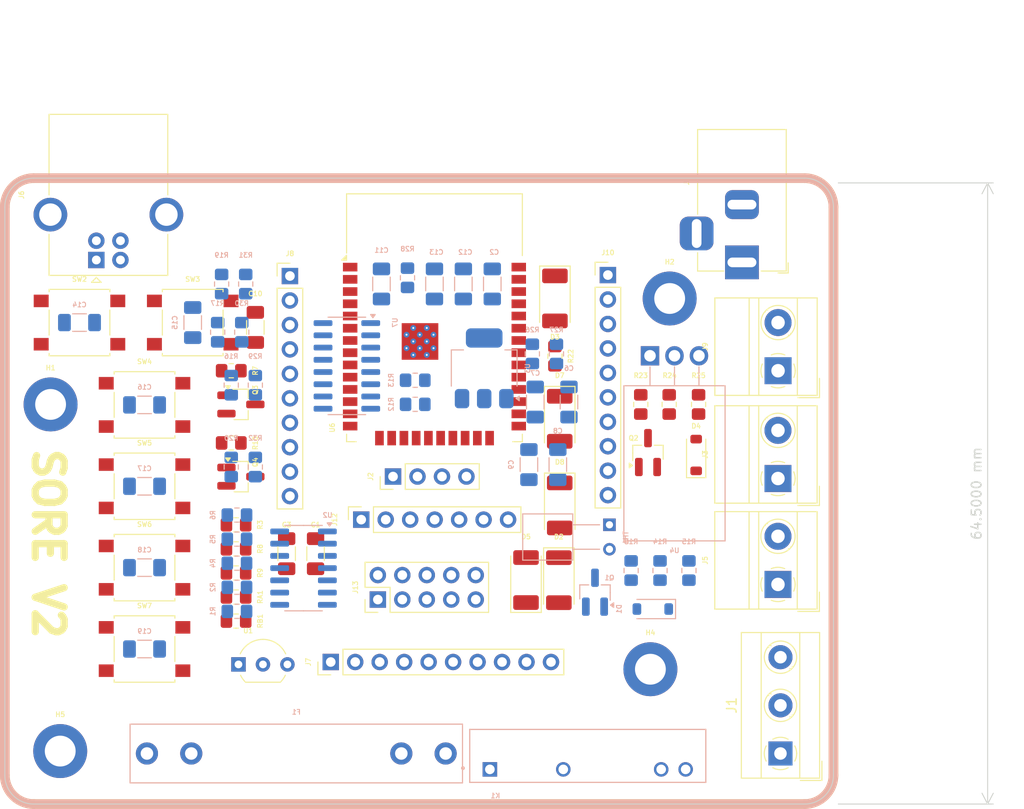
<source format=kicad_pcb>
(kicad_pcb (version 20240108) (generator "pcbnew") (generator_version "8.0")
  (layers (0 "F.Cu" signal) (31 "B.Cu" signal) (34 "B.Paste" user) (35 "F.Paste" user) (36 "B.SilkS" user "B.Silkscreen") (37 "F.SilkS" user "F.Silkscreen") (38 "B.Mask" user) (39 "F.Mask" user) (44 "Edge.Cuts" user))
  (net 0 "")
  (net 1 "GND")
  (net 2 "Net-(D1-K)")
  (net 3 "+5V")
  (net 4 "AC")
  (net 5 "Net-(Q1-B)")
  (net 6 "+2V5")
  (net 7 "Net-(C1-Pad2)")
  (net 8 "Net-(U2A-+)")
  (net 9 "Net-(R3-Pad2)")
  (net 10 "Net-(U2B--)")
  (net 11 "Net-(U2A--)")
  (net 12 "Net-(D2-A)")
  (net 13 "Net-(D3-A)")
  (net 14 "Net-(K1-L2)")
  (net 15 "Net-(K1-+)")
  (net 20 "Net-(U2D-+)")
  (net 21 "+3.3V")
  (net 22 "Net-(U2C-+)")
  (net 23 "+12V")
  (net 24 "/EN")
  (net 25 "/IO0")
  (net 26 "/IN2")
  (net 27 "/IN3")
  (net 28 "/IN1")
  (net 29 "/IN4")
  (net 30 "Net-(D4-K)")
  (net 31 "Net-(D5-A)")
  (net 32 "/TXD")
  (net 33 "Net-(D7-A)")
  (net 34 "/RXD")
  (net 35 "Net-(D8-A)")
  (net 36 "/I2C_SCL")
  (net 37 "/I2C_SDA")
  (net 38 "/PT100Voltage")
  (net 39 "Net-(J5-Pin_1)")
  (net 40 "Net-(J6-D-)")
  (net 41 "Net-(J6-D+)")
  (net 42 "/VSPI_CLK")
  (net 43 "/MTMS")
  (net 44 "/VSPI_Q")
  (net 45 "/SSRIN2")
  (net 46 "/MTDO")
  (net 47 "/VSPI_CS0")
  (net 48 "/IO2")
  (net 49 "/MTDI")
  (net 50 "/MTCK")
  (net 51 "/SSRIN1")
  (net 52 "/VSPI_D")
  (net 53 "/LCD_DC")
  (net 54 "/LCD_RST")
  (net 55 "/PT100")
  (net 56 "/ADC1_CH7")
  (net 57 "Net-(Q2-B)")
  (net 58 "Net-(Q3-B)")
  (net 59 "/RTS")
  (net 60 "Net-(Q4-B)")
  (net 61 "/DTR")
  (net 62 "Net-(R16-Pad2)")
  (net 63 "Net-(R17-Pad2)")
  (net 64 "Net-(R19-Pad2)")
  (net 65 "Net-(R20-Pad2)")
  (net 66 "Net-(U2C--)")
  (net 85 "Net-(J1-Pin_3)")
  (footprint "LED_SMD:LED_2010_5025Metric_Pad1.52x2.65mm_HandSolder" (layer "F.Cu") (at 160.09 99.99 -90)
    (property "Reference" "D8" (at -4.5 0 180) (layer "F.SilkS") (effects (font (size 0.5 0.5) (thickness 0.1))))
    (property "Value" "RXD")
    (pad "1" smd roundrect (at -2.3375 0 270) (size 1.525 2.65) (layers "F.Cu" "F.Paste" "F.Mask") (roundrect_rratio 0.163934) (net 34 "/RXD"))
    (pad "2" smd roundrect (at 2.3375 0 270) (size 1.525 2.65) (layers "F.Cu" "F.Paste" "F.Mask") (roundrect_rratio 0.163934) (net 35 "Net-(D8-A)"))
  )
  (footprint "Resistor_SMD:R_0805_2012Metric_Pad1.20x1.40mm_HandSolder" (layer "F.Cu") (at 126.5 107 180)
    (property "Reference" "R9" (at -2.5 0 270) (layer "F.SilkS") (effects (font (size 0.5 0.5) (thickness 0.1))))
    (property "Value" "16k")
    (pad "1" smd roundrect (at -1 0 180) (size 1.2 1.4) (layers "F.Cu" "F.Paste" "F.Mask") (roundrect_rratio 0.208333) (net 22 "Net-(U2C-+)"))
    (pad "2" smd roundrect (at 1 0 180) (size 1.2 1.4) (layers "F.Cu" "F.Paste" "F.Mask") (roundrect_rratio 0.208333) (net 7 "Net-(C1-Pad2)"))
  )
  (footprint "MountingHole:MountingHole_3.2mm_M3_DIN965_Pad" (layer "F.Cu") (at 107.25 89.5)
    (property "Reference" "H1" (at 0 -3.8 0) (layer "F.SilkS") (effects (font (size 0.5 0.5) (thickness 0.1))))
    (property "Value" "MountingHole_Pad" (hide yes))
    (pad "1" thru_hole circle (at 0 0) (size 5.6 5.6) (drill 3.2) (layers "*.Cu" "*.Mask"))
  )
  (footprint "Resistor_SMD:R_0805_2012Metric_Pad1.20x1.40mm_HandSolder" (layer "F.Cu") (at 168.5 89.5 90)
    (property "Reference" "R23" (at 3 0 0) (layer "F.SilkS") (effects (font (size 0.5 0.5) (thickness 0.1))))
    (property "Value" "10k")
    (pad "1" smd roundrect (at -1 0 90) (size 1.2 1.4) (layers "F.Cu" "F.Paste" "F.Mask") (roundrect_rratio 0.208333) (net 45 "/SSRIN2"))
    (pad "2" smd roundrect (at 1 0 90) (size 1.2 1.4) (layers "F.Cu" "F.Paste" "F.Mask") (roundrect_rratio 0.208333) (net 57 "Net-(Q2-B)"))
  )
  (footprint "Package_TO_SOT_THT:TO-92_Inline_Wide" (layer "F.Cu") (at 126.75 116.5)
    (property "Reference" "U1" (at 1 -3.5 360) (layer "F.SilkS") (effects (font (size 0.5 0.5) (thickness 0.1))))
    (property "Value" "TL431LP")
    (pad "1" thru_hole rect (at 0 0) (size 1.5 1.5) (drill 0.8) (layers "*.Cu" "*.Mask") (net 6 "+2V5"))
    (pad "2" thru_hole circle (at 2.54 0) (size 1.5 1.5) (drill 0.8) (layers "*.Cu" "*.Mask") (net 1 "GND"))
    (pad "3" thru_hole circle (at 5.08 0) (size 1.5 1.5) (drill 0.8) (layers "*.Cu" "*.Mask") (net 6 "+2V5"))
  )
  (footprint "RF_Module:ESP32-WROOM-32D" (layer "F.Cu") (at 147.09 83.49)
    (property "Reference" "U6" (at -10.61 8.43 90) (layer "F.SilkS") (effects (font (size 0.5 0.5) (thickness 0.1))))
    (property "Value" "ESP32-WROOM-32D")
    (pad "1" smd rect (at -8.75 -8.25) (size 1.5 0.9) (layers "F.Cu" "F.Paste" "F.Mask") (net 1 "GND"))
    (pad "2" smd rect (at -8.75 -6.98) (size 1.5 0.9) (layers "F.Cu" "F.Paste" "F.Mask") (net 21 "+3.3V"))
    (pad "3" smd rect (at -8.75 -5.71) (size 1.5 0.9) (layers "F.Cu" "F.Paste" "F.Mask") (net 24 "/EN"))
    (pad "4" smd rect (at -8.75 -4.44) (size 1.5 0.9) (layers "F.Cu" "F.Paste" "F.Mask"))
    (pad "5" smd rect (at -8.75 -3.17) (size 1.5 0.9) (layers "F.Cu" "F.Paste" "F.Mask"))
    (pad "6" smd rect (at -8.75 -1.9) (size 1.5 0.9) (layers "F.Cu" "F.Paste" "F.Mask") (net 55 "/PT100"))
    (pad "7" smd rect (at -8.75 -0.63) (size 1.5 0.9) (layers "F.Cu" "F.Paste" "F.Mask") (net 56 "/ADC1_CH7"))
    (pad "8" smd rect (at -8.75 0.64) (size 1.5 0.9) (layers "F.Cu" "F.Paste" "F.Mask") (net 54 "/LCD_RST"))
    (pad "9" smd rect (at -8.75 1.91) (size 1.5 0.9) (layers "F.Cu" "F.Paste" "F.Mask") (net 53 "/LCD_DC"))
    (pad "10" smd rect (at -8.75 3.18) (size 1.5 0.9) (layers "F.Cu" "F.Paste" "F.Mask") (net 27 "/IN3"))
    (pad "11" smd rect (at -8.75 4.45) (size 1.5 0.9) (layers "F.Cu" "F.Paste" "F.Mask") (net 26 "/IN2"))
    (pad "12" smd rect (at -8.75 5.72) (size 1.5 0.9) (layers "F.Cu" "F.Paste" "F.Mask") (net 28 "/IN1"))
    (pad "13" smd rect (at -8.75 6.99) (size 1.5 0.9) (layers "F.Cu" "F.Paste" "F.Mask") (net 43 "/MTMS"))
    (pad "14" smd rect (at -8.75 8.26) (size 1.5 0.9) (layers "F.Cu" "F.Paste" "F.Mask") (net 49 "/MTDI"))
    (pad "15" smd rect (at -5.71 9.51 90) (size 1.5 0.9) (layers "F.Cu" "F.Paste" "F.Mask") (net 1 "GND"))
    (pad "16" smd rect (at -4.44 9.51 90) (size 1.5 0.9) (layers "F.Cu" "F.Paste" "F.Mask") (net 50 "/MTCK"))
    (pad "17" smd rect (at -3.17 9.51 90) (size 1.5 0.9) (layers "F.Cu" "F.Paste" "F.Mask"))
    (pad "18" smd rect (at -1.9 9.51 90) (size 1.5 0.9) (layers "F.Cu" "F.Paste" "F.Mask"))
    (pad "19" smd rect (at -0.63 9.51 90) (size 1.5 0.9) (layers "F.Cu" "F.Paste" "F.Mask"))
    (pad "20" smd rect (at 0.64 9.51 90) (size 1.5 0.9) (layers "F.Cu" "F.Paste" "F.Mask"))
    (pad "21" smd rect (at 1.91 9.51 90) (size 1.5 0.9) (layers "F.Cu" "F.Paste" "F.Mask"))
    (pad "22" smd rect (at 3.18 9.51 90) (size 1.5 0.9) (layers "F.Cu" "F.Paste" "F.Mask"))
    (pad "23" smd rect (at 4.45 9.51 90) (size 1.5 0.9) (layers "F.Cu" "F.Paste" "F.Mask") (net 46 "/MTDO"))
    (pad "24" smd rect (at 5.72 9.51 90) (size 1.5 0.9) (layers "F.Cu" "F.Paste" "F.Mask") (net 48 "/IO2"))
    (pad "25" smd rect (at 8.75 8.26) (size 1.5 0.9) (layers "F.Cu" "F.Paste" "F.Mask") (net 25 "/IO0"))
    (pad "26" smd rect (at 8.75 6.99) (size 1.5 0.9) (layers "F.Cu" "F.Paste" "F.Mask") (net 51 "/SSRIN1"))
    (pad "27" smd rect (at 8.75 5.72) (size 1.5 0.9) (layers "F.Cu" "F.Paste" "F.Mask") (net 37 "/I2C_SDA"))
    (pad "28" smd rect (at 8.75 4.45) (size 1.5 0.9) (layers "F.Cu" "F.Paste" "F.Mask") (net 36 "/I2C_SCL"))
    (pad "29" smd rect (at 8.75 3.18) (size 1.5 0.9) (layers "F.Cu" "F.Paste" "F.Mask") (net 47 "/VSPI_CS0"))
    (pad "30" smd rect (at 8.75 1.91) (size 1.5 0.9) (layers "F.Cu" "F.Paste" "F.Mask") (net 42 "/VSPI_CLK"))
    (pad "31" smd rect (at 8.75 0.64) (size 1.5 0.9) (layers "F.Cu" "F.Paste" "F.Mask") (net 44 "/VSPI_Q"))
    (pad "32" smd rect (at 8.75 -0.63) (size 1.5 0.9) (layers "F.Cu" "F.Paste" "F.Mask"))
    (pad "33" smd rect (at 8.75 -1.9) (size 1.5 0.9) (layers "F.Cu" "F.Paste" "F.Mask") (net 45 "/SSRIN2"))
    (pad "34" smd rect (at 8.75 -3.17) (size 1.5 0.9) (layers "F.Cu" "F.Paste" "F.Mask") (net 32 "/TXD"))
    (pad "35" smd rect (at 8.75 -4.44) (size 1.5 0.9) (layers "F.Cu" "F.Paste" "F.Mask") (net 34 "/RXD"))
    (pad "36" smd rect (at 8.75 -5.71) (size 1.5 0.9) (layers "F.Cu" "F.Paste" "F.Mask") (net 29 "/IN4"))
    (pad "37" smd rect (at 8.75 -6.98) (size 1.5 0.9) (layers "F.Cu" "F.Paste" "F.Mask") (net 52 "/VSPI_D"))
    (pad "38" smd rect (at 8.75 -8.25) (size 1.5 0.9) (layers "F.Cu" "F.Paste" "F.Mask") (net 1 "GND"))
    (pad "39" smd rect (at -2.9 -1.93) (size 0.9 0.9) (layers "F.Cu" "F.Paste") (net 1 "GND"))
    (pad "39" thru_hole circle (at -2.9 -1.23) (size 0.6 0.6) (drill 0.2) (property pad_prop_heatsink) (layers "*.Cu" "F.Mask") (net 1 "GND"))
    (pad "39" smd rect (at -2.9 -0.53) (size 0.9 0.9) (layers "F.Cu" "F.Paste") (net 1 "GND"))
    (pad "39" thru_hole circle (at -2.9 0.17) (size 0.6 0.6) (drill 0.2) (property pad_prop_heatsink) (layers "*.Cu" "F.Mask") (net 1 "GND"))
    (pad "39" smd rect (at -2.9 0.87) (size 0.9 0.9) (layers "F.Cu" "F.Paste") (net 1 "GND"))
    (pad "39" thru_hole circle (at -2.2 -1.93) (size 0.6 0.6) (drill 0.2) (property pad_prop_heatsink) (layers "*.Cu" "F.Mask") (net 1 "GND"))
    (pad "39" thru_hole circle (at -2.2 -0.53) (size 0.6 0.6) (drill 0.2) (property pad_prop_heatsink) (layers "*.Cu" "F.Mask") (net 1 "GND"))
    (pad "39" thru_hole circle (at -2.2 0.87) (size 0.6 0.6) (drill 0.2) (property pad_prop_heatsink) (layers "*.Cu" "F.Mask") (net 1 "GND"))
    (pad "39" thru_hole circle (at -1.525 -1.23) (size 0.6 0.6) (drill 0.2) (property pad_prop_heatsink) (layers "*.Cu" "F.Mask") (net 1 "GND"))
    (pad "39" thru_hole circle (at -1.525 0.17) (size 0.6 0.6) (drill 0.2) (property pad_prop_heatsink) (layers "*.Cu" "F.Mask") (net 1 "GND"))
    (pad "39" smd rect (at -1.5 -1.93) (size 0.9 0.9) (layers "F.Cu" "F.Paste") (net 1 "GND"))
    (pad "39" smd rect (at -1.5 -0.53) (size 0.9 0.9) (layers "F.Cu" "F.Paste") (net 1 "GND"))
    (pad "39" smd rect (at -1.5 -0.53) (size 3.8 3.8) (layers "F.Cu" "F.Mask") (net 1 "GND"))
    (pad "39" smd rect (at -1.5 0.87) (size 0.9 0.9) (layers "F.Cu" "F.Paste") (net 1 "GND"))
    (pad "39" thru_hole circle (at -0.8 -1.93) (size 0.6 0.6) (drill 0.2) (property pad_prop_heatsink) (layers "*.Cu" "F.Mask") (net 1 "GND"))
    (pad "39" thru_hole circle (at -0.8 -0.53) (size 0.6 0.6) (drill 0.2) (property pad_prop_heatsink) (layers "*.Cu" "F.Mask") (net 1 "GND"))
    (pad "39" thru_hole circle (at -0.8 0.87) (size 0.6 0.6) (drill 0.2) (property pad_prop_heatsink) (layers "*.Cu" "F.Mask") (net 1 "GND"))
    (pad "39" smd rect (at -0.1 -1.93) (size 0.9 0.9) (layers "F.Cu" "F.Paste") (net 1 "GND"))
    (pad "39" thru_hole circle (at -0.1 -1.23) (size 0.6 0.6) (drill 0.2) (property pad_prop_heatsink) (layers "*.Cu" "F.Mask") (net 1 "GND"))
    (pad "39" smd rect (at -0.1 -0.53) (size 0.9 0.9) (layers "F.Cu" "F.Paste") (net 1 "GND"))
    (pad "39" thru_hole circle (at -0.1 0.17) (size 0.6 0.6) (drill 0.2) (property pad_prop_heatsink) (layers "*.Cu" "F.Mask") (net 1 "GND"))
    (pad "39" smd rect (at -0.1 0.87) (size 0.9 0.9) (layers "F.Cu" "F.Paste") (net 1 "GND"))
  )
  (footprint "LED_SMD:LED_2010_5025Metric_Pad1.52x2.65mm_HandSolder" (layer "F.Cu") (at 159.59 78.49 -90)
    (property "Reference" "D3" (at 4 0 180) (layer "F.SilkS") (effects (font (size 0.5 0.5) (thickness 0.1))))
    (property "Value" "POWER_LED")
    (pad "1" smd roundrect (at -2.3375 0 270) (size 1.525 2.65) (layers "F.Cu" "F.Paste" "F.Mask") (roundrect_rratio 0.163934) (net 1 "GND"))
    (pad "2" smd roundrect (at 2.3375 0 270) (size 1.525 2.65) (layers "F.Cu" "F.Paste" "F.Mask") (roundrect_rratio 0.163934) (net 13 "Net-(D3-A)"))
  )
  (footprint "Resistor_SMD:R_0805_2012Metric_Pad1.20x1.40mm_HandSolder" (layer "F.Cu") (at 126.5 109.5)
    (property "Reference" "RA1" (at 2.5 0 90) (layer "F.SilkS") (effects (font (size 0.5 0.5) (thickness 0.1))))
    (property "Value" "25k")
    (pad "1" smd roundrect (at -1 0) (size 1.2 1.4) (layers "F.Cu" "F.Paste" "F.Mask") (roundrect_rratio 0.208333) (net 66 "Net-(U2C--)"))
    (pad "2" smd roundrect (at 1 0) (size 1.2 1.4) (layers "F.Cu" "F.Paste" "F.Mask") (roundrect_rratio 0.208333) (net 20 "Net-(U2D-+)"))
  )
  (footprint "Connector_USB:USB_B_OST_USB-B1HSxx_Horizontal" (layer "F.Cu") (at 112 74.5 90)
    (property "Reference" "J6" (at 6.76 -7.77 -90) (layer "F.SilkS") (effects (font (size 0.5 0.5) (thickness 0.1))))
    (property "Value" "USB_B")
    (pad "1" thru_hole rect (at 0 0 90) (size 1.7 1.7) (drill 0.92) (layers "*.Cu" "*.Mask") (net 3 "+5V"))
    (pad "2" thru_hole circle (at 0 2.5 90) (size 1.7 1.7) (drill 0.92) (layers "*.Cu" "*.Mask") (net 40 "Net-(J6-D-)"))
    (pad "3" thru_hole circle (at 2 2.5 90) (size 1.7 1.7) (drill 0.92) (layers "*.Cu" "*.Mask") (net 41 "Net-(J6-D+)"))
    (pad "4" thru_hole circle (at 2 0 90) (size 1.7 1.7) (drill 0.92) (layers "*.Cu" "*.Mask") (net 1 "GND"))
    (pad "5" thru_hole circle (at 4.71 -4.77 90) (size 3.5 3.5) (drill 2.33) (layers "*.Cu" "*.Mask") (net 1 "GND"))
    (pad "5" thru_hole circle (at 4.71 7.27 90) (size 3.5 3.5) (drill 2.33) (layers "*.Cu" "*.Mask") (net 1 "GND"))
  )
  (footprint "Resistor_SMD:R_0805_2012Metric_Pad1.20x1.40mm_HandSolder" (layer "F.Cu") (at 174.5 89.5 -90)
    (property "Reference" "R25" (at -3 0 180) (layer "F.SilkS") (effects (font (size 0.5 0.5) (thickness 0.1))))
    (property "Value" "1k")
    (pad "1" smd roundrect (at -1 0 270) (size 1.2 1.4) (layers "F.Cu" "F.Paste" "F.Mask") (roundrect_rratio 0.208333) (net 31 "Net-(D5-A)"))
    (pad "2" smd roundrect (at 1 0 270) (size 1.2 1.4) (layers "F.Cu" "F.Paste" "F.Mask") (roundrect_rratio 0.208333) (net 39 "Net-(J5-Pin_1)"))
  )
  (footprint "TerminalBlock_MetzConnect:TerminalBlock_MetzConnect_Type011_RT05502HBWC_1x02_P5.00mm_Horizontal" (layer "F.Cu") (at 182.740811 97.194674 90)
    (property "Reference" "J3" (at 2.5 -7.56 -90) (layer "F.SilkS") (effects (font (size 0.5 0.5) (thickness 0.1))))
    (property "Value" "PTC_Con")
    (pad "1" thru_hole rect (at 0 0 90) (size 2.8 2.8) (drill 1.4) (layers "*.Cu" "*.Mask") (net 38 "/PT100Voltage"))
    (pad "2" thru_hole circle (at 5 0 90) (size 2.8 2.8) (drill 1.4) (layers "*.Cu" "*.Mask") (net 1 "GND"))
  )
  (footprint "Resistor_SMD:R_0805_2012Metric_Pad1.20x1.40mm_HandSolder" (layer "F.Cu") (at 125.999998 93.5 180)
    (property "Reference" "R10" (at -2.5 0 270) (layer "F.SilkS") (effects (font (size 0.5 0.5) (thickness 0.1))))
    (property "Value" "10k")
    (pad "1" smd roundrect (at -1 0 180) (size 1.2 1.4) (layers "F.Cu" "F.Paste" "F.Mask") (roundrect_rratio 0.208333) (net 60 "Net-(Q4-B)"))
    (pad "2" smd roundrect (at 1 0 180) (size 1.2 1.4) (layers "F.Cu" "F.Paste" "F.Mask") (roundrect_rratio 0.208333) (net 59 "/RTS"))
  )
  (footprint "Button_Switch_SMD:SW_SPST_B3S-1000" (layer "F.Cu") (at 110.25 81)
    (property "Reference" "SW2" (at 0 -4.5 0) (layer "F.SilkS") (effects (font (size 0.5 0.5) (thickness 0.1))))
    (property "Value" "RST")
    (pad "1" smd rect (at -3.975 -2.25) (size 1.55 1.3) (layers "F.Cu" "F.Paste" "F.Mask") (net 1 "GND"))
    (pad "1" smd rect (at 3.975 -2.25) (size 1.55 1.3) (layers "F.Cu" "F.Paste" "F.Mask") (net 1 "GND"))
    (pad "2" smd rect (at -3.975 2.25) (size 1.55 1.3) (layers "F.Cu" "F.Paste" "F.Mask") (net 24 "/EN"))
    (pad "2" smd rect (at 3.975 2.25) (size 1.55 1.3) (layers "F.Cu" "F.Paste" "F.Mask") (net 24 "/EN"))
  )
  (footprint "MountingHole:MountingHole_3.2mm_M3_DIN965_Pad" (layer "F.Cu") (at 171.5 78.5)
    (property "Reference" "H2" (at 0 -3.8 0) (layer "F.SilkS") (effects (font (size 0.5 0.5) (thickness 0.1))))
    (property "Value" "MountingHole_Pad")
    (pad "1" thru_hole circle (at 0 0) (size 5.6 5.6) (drill 3.2) (layers "*.Cu" "*.Mask"))
  )
  (footprint "Package_TO_SOT_SMD:SOT-23_Handsoldering" (layer "F.Cu") (at 126.999998 89.5)
    (property "Reference" "Q3" (at 1.5 -1.5 90) (layer "F.SilkS") (effects (font (size 0.5 0.5) (thickness 0.1))))
    (property "Value" "SS8050")
    (pad "1" smd roundrect (at -1.5 -0.95) (size 1.9 0.8) (layers "F.Cu" "F.Paste" "F.Mask") (net 58 "Net-(Q3-B)"))
    (pad "2" smd roundrect (at -1.5 0.95) (size 1.9 0.8) (layers "F.Cu" "F.Paste" "F.Mask") (net 59 "/RTS"))
    (pad "3" smd roundrect (at 1.5 0) (size 1.9 0.8) (layers "F.Cu" "F.Paste" "F.Mask") (net 24 "/EN"))
  )
  (footprint "Capacitor_SMD:C_1206_3216Metric_Pad1.33x1.80mm_HandSolder" (layer "F.Cu") (at 128.5 81.5 -90)
    (property "Reference" "C10" (at -3.5 0 180) (layer "F.SilkS") (effects (font (size 0.5 0.5) (thickness 0.1))))
    (property "Value" "100nF")
    (pad "1" smd roundrect (at -1.5625 0 270) (size 1.325 1.8) (layers "F.Cu" "F.Paste" "F.Mask") (roundrect_rratio 0.188679) (net 21 "+3.3V"))
    (pad "2" smd roundrect (at 1.5625 0 270) (size 1.325 1.8) (layers "F.Cu" "F.Paste" "F.Mask") (roundrect_rratio 0.188679) (net 1 "GND"))
  )
  (footprint "Button_Switch_SMD:SW_SPST_B3S-1000" (layer "F.Cu") (at 117 98)
    (property "Reference" "SW5" (at 0 -4.5 0) (layer "F.SilkS") (effects (font (size 0.5 0.5) (thickness 0.1))))
    (property "Value" "IO0")
    (pad "1" smd rect (at -3.975 -2.25) (size 1.55 1.3) (layers "F.Cu" "F.Paste" "F.Mask") (net 1 "GND"))
    (pad "1" smd rect (at 3.975 -2.25) (size 1.55 1.3) (layers "F.Cu" "F.Paste" "F.Mask") (net 1 "GND"))
    (pad "2" smd rect (at -3.975 2.25) (size 1.55 1.3) (layers "F.Cu" "F.Paste" "F.Mask") (net 64 "Net-(R19-Pad2)"))
    (pad "2" smd rect (at 3.975 2.25) (size 1.55 1.3) (layers "F.Cu" "F.Paste" "F.Mask") (net 64 "Net-(R19-Pad2)"))
  )
  (footprint "Package_TO_SOT_SMD:SOT-23_Handsoldering" (layer "F.Cu") (at 126.999998 97)
    (property "Reference" "Q4" (at 1.5 -1.5 90) (layer "F.SilkS") (effects (font (size 0.5 0.5) (thickness 0.1))))
    (property "Value" "SS8050")
    (pad "1" smd roundrect (at -1.5 -0.95) (size 1.9 0.8) (layers "F.Cu" "F.Paste" "F.Mask") (net 60 "Net-(Q4-B)"))
    (pad "2" smd roundrect (at -1.5 0.95) (size 1.9 0.8) (layers "F.Cu" "F.Paste" "F.Mask") (net 61 "/DTR"))
    (pad "3" smd roundrect (at 1.5 0) (size 1.9 0.8) (layers "F.Cu" "F.Paste" "F.Mask") (net 25 "/IO0"))
  )
  (footprint "Button_Switch_SMD:SW_SPST_B3S-1000" (layer "F.Cu") (at 117 114.9)
    (property "Reference" "SW7" (at 0 -4.5 0) (layer "F.SilkS") (effects (font (size 0.5 0.5) (thickness 0.1))))
    (property "Value" "IO0")
    (pad "1" smd rect (at -3.975 -2.25) (size 1.55 1.3) (layers "F.Cu" "F.Paste" "F.Mask") (net 1 "GND"))
    (pad "1" smd rect (at 3.975 -2.25) (size 1.55 1.3) (layers "F.Cu" "F.Paste" "F.Mask") (net 1 "GND"))
    (pad "2" smd rect (at -3.975 2.25) (size 1.55 1.3) (layers "F.Cu" "F.Paste" "F.Mask") (net 65 "Net-(R20-Pad2)"))
    (pad "2" smd rect (at 3.975 2.25) (size 1.55 1.3) (layers "F.Cu" "F.Paste" "F.Mask") (net 65 "Net-(R20-Pad2)"))
  )
  (footprint "Capacitor_SMD:C_1206_3216Metric_Pad1.33x1.80mm_HandSolder" (layer "F.Cu") (at 134.75 105 90)
    (property "Reference" "C3" (at 3 -3 360) (layer "F.SilkS") (effects (font (size 0.5 0.5) (thickness 0.1))))
    (property "Value" "1nF")
    (pad "1" smd roundrect (at -1.5625 0 90) (size 1.325 1.8) (layers "F.Cu" "F.Paste" "F.Mask") (roundrect_rratio 0.188679) (net 22 "Net-(U2C-+)"))
    (pad "2" smd roundrect (at 1.5625 0 90) (size 1.325 1.8) (layers "F.Cu" "F.Paste" "F.Mask") (roundrect_rratio 0.188679) (net 1 "GND"))
  )
  (footprint "Connector_PinHeader_2.54mm:PinHeader_2x05_P2.54mm_Vertical" (layer "F.Cu") (at 141.215 109.765 90)
    (property "Reference" "J13" (at 1.27 -2.33 -90) (layer "F.SilkS") (effects (font (size 0.5 0.5) (thickness 0.1))))
    (property "Value" "JTAG10")
    (pad "1" thru_hole rect (at 0 0 90) (size 1.7 1.7) (drill 1) (layers "*.Cu" "*.Mask") (net 21 "+3.3V"))
    (pad "2" thru_hole oval (at 2.54 0 90) (size 1.7 1.7) (drill 1) (layers "*.Cu" "*.Mask") (net 43 "/MTMS"))
    (pad "3" thru_hole oval (at 0 2.54 90) (size 1.7 1.7) (drill 1) (layers "*.Cu" "*.Mask") (net 1 "GND"))
    (pad "4" thru_hole oval (at 2.54 2.54 90) (size 1.7 1.7) (drill 1) (layers "*.Cu" "*.Mask") (net 50 "/MTCK"))
    (pad "5" thru_hole oval (at 0 5.08 90) (size 1.7 1.7) (drill 1) (layers "*.Cu" "*.Mask") (net 1 "GND"))
    (pad "6" thru_hole oval (at 2.54 5.08 90) (size 1.7 1.7) (drill 1) (layers "*.Cu" "*.Mask") (net 46 "/MTDO"))
    (pad "7" thru_hole oval (at 0 7.62 90) (size 1.7 1.7) (drill 1) (layers "*.Cu" "*.Mask"))
    (pad "8" thru_hole oval (at 2.54 7.62 90) (size 1.7 1.7) (drill 1) (layers "*.Cu" "*.Mask") (net 49 "/MTDI"))
    (pad "9" thru_hole oval (at 0 10.16 90) (size 1.7 1.7) (drill 1) (layers "*.Cu" "*.Mask") (net 1 "GND"))
    (pad "10" thru_hole oval (at 2.54 10.16 90) (size 1.7 1.7) (drill 1) (layers "*.Cu" "*.Mask") (net 24 "/EN"))
  )
  (footprint "Capacitor_SMD:C_1206_3216Metric_Pad1.33x1.80mm_HandSolder" (layer "F.Cu") (at 131.75 105 -90)
    (property "Reference" "C1" (at -3 -3 180) (layer "F.SilkS") (effects (font (size 0.5 0.5) (thickness 0.1))))
    (property "Value" "1nF")
    (pad "1" smd roundrect (at -1.5625 0 270) (size 1.325 1.8) (layers "F.Cu" "F.Paste" "F.Mask") (roundrect_rratio 0.188679) (net 20 "Net-(U2D-+)"))
    (pad "2" smd roundrect (at 1.5625 0 270) (size 1.325 1.8) (layers "F.Cu" "F.Paste" "F.Mask") (roundrect_rratio 0.188679) (net 7 "Net-(C1-Pad2)"))
  )
  (footprint "MountingHole:MountingHole_3.2mm_M3_DIN965_Pad" (layer "F.Cu") (at 108.25 125.5)
    (property "Reference" "H5" (at 0 -3.8 0) (layer "F.SilkS") (effects (font (size 0.5 0.5) (thickness 0.1))))
    (property "Value" "MountingHole_Pad" (hide yes))
    (pad "1" thru_hole circle (at 0 0) (size 5.6 5.6) (drill 3.2) (layers "*.Cu" "*.Mask"))
  )
  (footprint "Connector_PinSocket_2.54mm:PinSocket_1x07_P2.54mm_Vertical" (layer "F.Cu") (at 139.49 101.465 90)
    (property "Reference" "J12" (at 0 -2.77 -90) (layer "F.SilkS") (effects (font (size 0.5 0.5) (thickness 0.1))))
    (property "Value" "ST7789")
    (pad "1" thru_hole rect (at 0 0 90) (size 1.7 1.7) (drill 1) (layers "*.Cu" "*.Mask") (net 1 "GND"))
    (pad "2" thru_hole oval (at 0 2.54 90) (size 1.7 1.7) (drill 1) (layers "*.Cu" "*.Mask") (net 21 "+3.3V"))
    (pad "3" thru_hole oval (at 0 5.08 90) (size 1.7 1.7) (drill 1) (layers "*.Cu" "*.Mask") (net 42 "/VSPI_CLK"))
    (pad "4" thru_hole oval (at 0 7.62 90) (size 1.7 1.7) (drill 1) (layers "*.Cu" "*.Mask") (net 52 "/VSPI_D"))
    (pad "5" thru_hole oval (at 0 10.16 90) (size 1.7 1.7) (drill 1) (layers "*.Cu" "*.Mask") (net 54 "/LCD_RST"))
    (pad "6" thru_hole oval (at 0 12.7 90) (size 1.7 1.7) (drill 1) (layers "*.Cu" "*.Mask") (net 53 "/LCD_DC"))
    (pad "7" thru_hole oval (at 0 15.24 90) (size 1.7 1.7) (drill 1) (layers "*.Cu" "*.Mask") (net 21 "+3.3V"))
  )
  (footprint "Button_Switch_SMD:SW_SPST_B3S-1000" (layer "F.Cu") (at 117 106.45)
    (property "Reference" "SW6" (at 0 -4.5 0) (layer "F.SilkS") (effects (font (size 0.5 0.5) (thickness 0.1))))
    (property "Value" "IO0")
    (pad "1" smd rect (at -3.975 -2.25) (size 1.55 1.3) (layers "F.Cu" "F.Paste" "F.Mask") (net 1 "GND"))
    (pad "1" smd rect (at 3.975 -2.25) (size 1.55 1.3) (layers "F.Cu" "F.Paste" "F.Mask") (net 1 "GND"))
    (pad "2" smd rect (at -3.975 2.25) (size 1.55 1.3) (layers "F.Cu" "F.Paste" "F.Mask") (net 62 "Net-(R16-Pad2)"))
    (pad "2" smd rect (at 3.975 2.25) (size 1.55 1.3) (layers "F.Cu" "F.Paste" "F.Mask") (net 62 "Net-(R16-Pad2)"))
  )
  (footprint "Resistor_SMD:R_0805_2012Metric_Pad1.20x1.40mm_HandSolder" (layer "F.Cu") (at 126.5 102 180)
    (property "Reference" "R3" (at -2.5 0 270) (layer "F.SilkS") (effects (font (size 0.5 0.5) (thickness 0.1))))
    (property "Value" "2.5k")
    (pad "1" smd roundrect (at -1 0 180) (size 1.2 1.4) (layers "F.Cu" "F.Paste" "F.Mask") (roundrect_rratio 0.208333) (net 38 "/PT100Voltage"))
    (pad "2" smd roundrect (at 1 0 180) (size 1.2 1.4) (layers "F.Cu" "F.Paste" "F.Mask") (roundrect_rratio 0.208333) (net 9 "Net-(R3-Pad2)"))
  )
  (footprint "Resistor_SMD:R_0805_2012Metric_Pad1.20x1.40mm_HandSolder" (layer "F.Cu") (at 126.5 112)
    (property "Reference" "RB1" (at 2.5 0 90) (layer "F.SilkS") (effects (font (size 0.5 0.5) (thickness 0.1))))
    (property "Value" "25k")
    (pad "1" smd roundrect (at -1 0) (size 1.2 1.4) (layers "F.Cu" "F.Paste" "F.Mask") (roundrect_rratio 0.208333) (net 1 "GND"))
    (pad "2" smd roundrect (at 1 0) (size 1.2 1.4) (layers "F.Cu" "F.Paste" "F.Mask") (roundrect_rratio 0.208333) (net 66 "Net-(U2C--)"))
  )
  (footprint "Resistor_SMD:R_0805_2012Metric_Pad1.20x1.40mm_HandSolder" (layer "F.Cu") (at 159.59 84.49 -90)
    (property "Reference" "R22" (at 0 -1.65 90) (layer "F.SilkS") (effects (font (size 0.5 0.5) (thickness 0.1))))
    (property "Value" "1k")
    (pad "1" smd roundrect (at -1 0 270) (size 1.2 1.4) (layers "F.Cu" "F.Paste" "F.Mask") (roundrect_rratio 0.208333) (net 13 "Net-(D3-A)"))
    (pad "2" smd roundrect (at 1 0 270) (size 1.2 1.4) (layers "F.Cu" "F.Paste" "F.Mask") (roundrect_rratio 0.208333) (net 3 "+5V"))
  )
  (footprint "Connector_PinHeader_2.54mm:PinHeader_1x10_P2.54mm_Vertical" (layer "F.Cu") (at 132.09 76.165)
    (property "Reference" "J8" (at 0 -2.33 0) (layer "F.SilkS") (effects (font (size 0.5 0.5) (thickness 0.1))))
    (property "Value" "PINOUT")
    (pad "1" thru_hole rect (at 0 0) (size 1.7 1.7) (drill 1) (layers "*.Cu" "*.Mask") (net 3 "+5V"))
    (pad "2" thru_hole oval (at 0 2.54) (size 1.7 1.7) (drill 1) (layers "*.Cu" "*.Mask") (net 1 "GND"))
    (pad "3" thru_hole oval (at 0 5.08) (size 1.7 1.7) (drill 1) (layers "*.Cu" "*.Mask") (net 25 "/IO0"))
    (pad "4" thru_hole oval (at 0 7.62) (size 1.7 1.7) (drill 1) (layers "*.Cu" "*.Mask") (net 34 "/RXD"))
    (pad "5" thru_hole oval (at 0 10.16) (size 1.7 1.7) (drill 1) (layers "*.Cu" "*.Mask") (net 48 "/IO2"))
    (pad "6" thru_hole oval (at 0 12.7) (size 1.7 1.7) (drill 1) (layers "*.Cu" "*.Mask") (net 32 "/TXD"))
    (pad "7" thru_hole oval (at 0 15.24) (size 1.7 1.7) (drill 1) (layers "*.Cu" "*.Mask") (net 51 "/SSRIN1"))
    (pad "8" thru_hole oval (at 0 17.78) (size 1.7 1.7) (drill 1) (layers "*.Cu" "*.Mask") (net 47 "/VSPI_CS0"))
    (pad "9" thru_hole oval (at 0 20.32) (size 1.7 1.7) (drill 1) (layers "*.Cu" "*.Mask") (net 49 "/MTDI"))
    (pad "10" thru_hole oval (at 0 22.86) (size 1.7 1.7) (drill 1) (layers "*.Cu" "*.Mask") (net 50 "/MTCK"))
  )
  (footprint "TerminalBlock_MetzConnect:TerminalBlock_MetzConnect_Type055_RT01503HDWU_1x03_P5.00mm_Horizontal" (layer "F.Cu") (at 183 125.75 90)
    (property "Reference" "J1" (at 5 -5.06 90) (layer "F.SilkS"))
    (property "Value" "ACCON")
    (pad "1" thru_hole rect (at 0 0 90) (size 2.5 2.5) (drill 1.3) (layers "*.Cu" "*.Mask") (net 4 "AC"))
    (pad "2" thru_hole circle (at 5 0 90) (size 2.5 2.5) (drill 1.3) (layers "*.Cu" "*.Mask"))
    (pad "3" thru_hole circle (at 10 0 90) (size 2.5 2.5) (drill 1.3) (layers "*.Cu" "*.Mask") (net 85 "Net-(J1-Pin_3)"))
  )
  (footprint "TerminalBlock_MetzConnect:TerminalBlock_MetzConnect_Type011_RT05502HBWC_1x02_P5.00mm_Horizontal" (layer "F.Cu") (at 182.75 86 90)
    (property "Reference" "J9" (at 2.5 -7.56 -90) (layer "F.SilkS") (effects (font (size 0.5 0.5) (thickness 0.1))))
    (property "Value" "12VIN")
    (pad "1" thru_hole rect (at 0 0 90) (size 2.8 2.8) (drill 1.4) (layers "*.Cu" "*.Mask") (net 23 "+12V"))
    (pad "2" thru_hole circle (at 5 0 90) (size 2.8 2.8) (drill 1.4) (layers "*.Cu" "*.Mask") (net 1 "GND"))
  )
  (footprint "Button_Switch_SMD:SW_SPST_B3S-1000" (layer "F.Cu") (at 117 89.55)
    (property "Reference" "SW4" (at 0 -4.5 0) (layer "F.SilkS") (effects (font (size 0.5 0.5) (thickness 0.1))))
    (property "Value" "IO0")
    (pad "1" smd rect (at -3.975 -2.25) (size 1.55 1.3) (layers "F.Cu" "F.Paste" "F.Mask") (net 1 "GND"))
    (pad "1" smd rect (at 3.975 -2.25) (size 1.55 1.3) (layers "F.Cu" "F.Paste" "F.Mask") (net 1 "GND"))
    (pad "2" smd rect (at -3.975 2.25) (size 1.55 1.3) (layers "F.Cu" "F.Paste" "F.Mask") (net 63 "Net-(R17-Pad2)"))
    (pad "2" smd rect (at 3.975 2.25) (size 1.55 1.3) (layers "F.Cu" "F.Paste" "F.Mask") (net 63 "Net-(R17-Pad2)"))
  )
  (footprint "Resistor_SMD:R_0805_2012Metric_Pad1.20x1.40mm_HandSolder" (layer "F.Cu") (at 125.999998 86 180)
    (property "Reference" "R7" (at -2.5 0 270) (layer "F.SilkS") (effects (font (size 0.5 0.5) (thickness 0.1))))
    (property "Value" "10k")
    (pad "1" smd roundrect (at -1 0 180) (size 1.2 1.4) (layers "F.Cu" "F.Paste" "F.Mask") (roundrect_rratio 0.208333) (net 58 "Net-(Q3-B)"))
    (pad "2" smd roundrect (at 1 0 180) (size 1.2 1.4) (layers "F.Cu" "F.Paste" "F.Mask") (roundrect_rratio 0.208333) (net 61 "/DTR"))
  )
  (footprint "LED_SMD:LED_2010_5025Metric_Pad1.52x2.65mm_HandSolder" (layer "F.Cu") (at 160 107.75 -90)
    (property "Reference" "D2" (at -4.5 0 180) (layer "F.SilkS") (effects (font (size 0.5 0.5) (thickness 0.1))))
    (property "Value" "SSR1")
    (pad "1" smd roundrect (at -2.3375 0 270) (size 1.525 2.65) (layers "F.Cu" "F.Paste" "F.Mask") (roundrect_rratio 0.163934) (net 1 "GND"))
    (pad "2" smd roundrect (at 2.3375 0 270) (size 1.525 2.65) (layers "F.Cu" "F.Paste" "F.Mask") (roundrect_rratio 0.163934) (net 12 "Net-(D2-A)"))
  )
  (footprint "Connector_PinHeader_2.54mm:PinHeader_1x04_P2.54mm_Vertical" (layer "F.Cu") (at 142.79 96.99 90)
    (property "Reference" "J2" (at 0 -2.33 -90) (layer "F.SilkS") (effects (font (size 0.5 0.5) (thickness 0.1))))
    (property "Value" "OLED 0.91")
    (pad "1" thru_hole rect (at 0 0 90) (size 1.7 1.7) (drill 1) (layers "*.Cu" "*.Mask") (net 37 "/I2C_SDA"))
    (pad "2" thru_hole oval (at 0 2.54 90) (size 1.7 1.7) (drill 1) (layers "*.Cu" "*.Mask") (net 36 "/I2C_SCL"))
    (pad "3" thru_hole oval (at 0 5.08 90) (size 1.7 1.7) (drill 1) (layers "*.Cu" "*.Mask") (net 3 "+5V"))
    (pad "4" thru_hole oval (at 0 7.62 90) (size 1.7 1.7) (drill 1) (layers "*.Cu" "*.Mask") (net 1 "GND"))
  )
  (footprint "LED_SMD:LED_2010_5025Metric_Pad1.52x2.65mm_HandSolder" (layer "F.Cu") (at 160.09 90.99 -90)
    (property "Reference" "D7" (at -4.5 0 180) (layer "F.SilkS") (effects (font (size 0.5 0.5) (thickness 0.1))))
    (property "Value" "TXD")
    (pad "1" smd roundrect (at -2.3375 0 270) (size 1.525 2.65) (layers "F.Cu" "F.Paste" "F.Mask") (roundrect_rratio 0.163934) (net 32 "/TXD"))
    (pad "2" smd roundrect (at 2.3375 0 270) (size 1.525 2.65) (layers "F.Cu" "F.Paste" "F.Mask") (roundrect_rratio 0.163934) (net 33 "Net-(D7-A)"))
  )
  (footprint "Resistor_SMD:R_0805_2012Metric_Pad1.20x1.40mm_HandSolder" (layer "F.Cu") (at 126.5 104.5 180)
    (property "Reference" "R8" (at -2.5 0 270) (layer "F.SilkS") (effects (font (size 0.5 0.5) (thickness 0.1))))
    (property "Value" "16k")
    (pad "1" smd roundrect (at -1 0 180) (size 1.2 1.4) (layers "F.Cu" "F.Paste" "F.Mask") (roundrect_rratio 0.208333) (net 7 "Net-(C1-Pad2)"))
    (pad "2" smd roundrect (at 1 0 180) (size 1.2 1.4) (layers "F.Cu" "F.Paste" "F.Mask") (roundrect_rratio 0.208333) (net 38 "/PT100Voltage"))
  )
  (footprint "TerminalBlock_MetzConnect:TerminalBlock_MetzConnect_Type011_RT05502HBWC_1x02_P5.00mm_Horizontal" (layer "F.Cu") (at 182.740811 108.194674 90)
    (property "Reference" "J5" (at 2.5 -7.56 -90) (layer "F.SilkS") (effects (font (size 0.5 0.5) (thickness 0.1))))
    (property "Value" "SSROUT2")
    (pad "1" thru_hole rect (at 0 0 90) (size 2.8 2.8) (drill 1.4) (layers "*.Cu" "*.Mask") (net 39 "Net-(J5-Pin_1)"))
    (pad "2" thru_hole circle (at 5 0 90) (size 2.8 2.8) (drill 1.4) (layers "*.Cu" "*.Mask") (net 1 "GND"))
  )
  (footprint "Connector_PinHeader_2.54mm:PinHeader_1x10_P2.54mm_Vertical" (layer "F.Cu") (at 136.325 116.25 90)
    (property "Reference" "J7" (at 0 -2.33 -90) (layer "F.SilkS") (effects (font (size 0.5 0.5) (thickness 0.1))))
    (property "Value" "PINOUT")
    (pad "1" thru_hole rect (at 0 0 90) (size 1.7 1.7) (drill 1) (layers "*.Cu" "*.Mask") (net 21 "+3.3V"))
    (pad "2" thru_hole oval (at 0 2.54 90) (size 1.7 1.7) (drill 1) (layers "*.Cu" "*.Mask") (net 1 "GND"))
    (pad "3" thru_hole oval (at 0 5.08 90) (size 1.7 1.7) (drill 1) (layers "*.Cu" "*.Mask") (net 43 "/MTMS"))
    (pad "4" thru_hole oval (at 0 7.62 90) (size 1.7 1.7) (drill 1) (layers "*.Cu" "*.Mask") (net 46 "/MTDO"))
    (pad "5" thru_hole oval (at 0 10.16 90) (size 1.7 1.7) (drill 1) (layers "*.Cu" "*.Mask") (net 37 "/I2C_SDA"))
    (pad "6" thru_hole oval (at 0 12.7 90) (size 1.7 1.7) (drill 1) (layers "*.Cu" "*.Mask") (net 36 "/I2C_SCL"))
    (pad "7" thru_hole oval (at 0 15.24 90) (size 1.7 1.7) (drill 1) (layers "*.Cu" "*.Mask") (net 42 "/VSPI_CLK"))
    (pad "8" thru_hole oval (at 0 17.78 90) (size 1.7 1.7) (drill 1) (layers "*.Cu" "*.Mask") (net 44 "/VSPI_Q"))
    (pad "9" thru_hole oval (at 0 20.32 90) (size 1.7 1.7) (drill 1) (layers "*.Cu" "*.Mask") (net 45 "/SSRIN2"))
    (pad "10" thru_hole oval (at 0 22.86 90) (size 1.7 1.7) (drill 1) (layers "*.Cu" "*.Mask") (net 29 "/IN4"))
  )
  (footprint "MountingHole:MountingHole_3.2mm_M3_DIN965_Pad" (layer "F.Cu") (at 169.5 117)
    (property "Reference" "H4" (at 0 -3.8 0) (layer "F.SilkS") (effects (font (size 0.5 0.5) (thickness 0.1))))
    (property "Value" "MountingHole_Pad")
    (pad "1" thru_hole circle (at 0 0) (size 5.6 5.6) (drill 3.2) (layers "*.Cu" "*.Mask"))
  )
  (footprint "Button_Switch_SMD:SW_SPST_B3S-1000" (layer "F.Cu") (at 122 81)
    (property "Reference" "SW3" (at 0 -4.5 0) (layer "F.SilkS") (effects (font (size 0.5 0.5) (thickness 0.1))))
    (property "Value" "IO0")
    (pad "1" smd rect (at -3.975 -2.25) (size 1.55 1.3) (layers "F.Cu" "F.Paste" "F.Mask") (net 1 "GND"))
    (pad "1" smd rect (at 3.975 -2.25) (size 1.55 1.3) (layers "F.Cu" "F.Paste" "F.Mask") (net 1 "GND"))
    (pad "2" smd rect (at -3.975 2.25) (size 1.55 1.3) (layers "F.Cu" "F.Paste" "F.Mask") (net 25 "/IO0"))
    (pad "2" smd rect (at 3.975 2.25) (size 1.55 1.3) (layers "F.Cu" "F.Paste" "F.Mask") (net 25 "/IO0"))
  )
  (footprint "Package_TO_SOT_SMD:SOT-23_Handsoldering" (layer "F.Cu") (at 169.25 94.5 90)
    (property "Reference" "Q2" (at 1.5 -1.5 0) (layer "F.SilkS") (effects (font (size 0.5 0.5) (thickness 0.1))))
    (property "Value" "SS8550")
    (pad "1" smd roundrect (at -1.5 -0.95 90) (size 1.9 0.8) (layers "F.Cu" "F.Paste" "F.Mask") (net 57 "Net-(Q2-B)"))
    (pad "2" smd roundrect (at -1.5 0.95 90) (size 1.9 0.8) (layers "F.Cu" "F.Paste" "F.Mask") (net 30 "Net-(D4-K)"))
    (pad "3" smd roundrect (at 1.5 0 90) (size 1.9 0.8) (layers "F.Cu" "F.Paste" "F.Mask") (net 39 "Net-(J5-Pin_1)"))
  )
  (footprint "Connector_BarrelJack:BarrelJack_Horizontal" (layer "F.Cu") (at 179 74.75 -90)
    (property "Reference" "J4" (at -8.45 5.75 90) (layer "F.SilkS") (effects (font (size 0.5 0.5) (thickness 0.1))))
    (property "Value" "12V")
    (pad "1" thru_hole rect (at 0 0 270) (size 3.5 3.5) (drill oval 1 3) (layers "*.Cu" "*.Mask") (net 23 "+12V"))
    (pad "2" thru_hole roundrect (at -6 0 270) (size 3 3.5) (drill oval 1 3) (layers "*.Cu" "*.Mask") (net 1 "GND"))
    (pad "3" thru_hole roundrect (at -3 4.7 270) (size 3.5 3.5) (drill oval 3 1) (layers "*.Cu" "*.Mask") (net 1 "GND"))
  )
  (footprint "Diode_SMD:D_SOD-123" (layer "F.Cu") (at 174.25 94.75 90)
    (property "Reference" "D4" (at 3 0 360) (layer "F.SilkS") (effects (font (size 0.5 0.5) (thickness 0.1))))
    (property "Value" "1N4001")
    (pad "1" smd roundrect (at -1.65 0 90) (size 0.9 1.2) (layers "F.Cu" "F.Paste" "F.Mask") (net 30 "Net-(D4-K)"))
    (pad "2" smd roundrect (at 1.65 0 90) (size 0.9 1.2) (layers "F.Cu" "F.Paste" "F.Mask") (net 3 "+5V"))
  )
  (footprint "Resistor_SMD:R_0805_2012Metric_Pad1.20x1.40mm_HandSolder" (layer "F.Cu") (at 171.45 89.5 90)
    (property "Reference" "R24" (at 3 0.05 0) (layer "F.SilkS") (effects (font (size 0.5 0.5) (thickness 0.1))))
    (property "Value" "10k")
    (pad "1" smd roundrect (at -1 0 90) (size 1.2 1.4) (layers "F.Cu" "F.Paste" "F.Mask") (roundrect_rratio 0.208333) (net 57 "Net-(Q2-B)"))
    (pad "2" smd roundrect (at 1 0 90) (size 1.2 1.4) (layers "F.Cu" "F.Paste" "F.Mask") (roundrect_rratio 0.208333) (net 30 "Net-(D4-K)"))
  )
  (footprint "Connector_PinHeader_2.54mm:PinHeader_1x10_P2.54mm_Vertical" (layer "F.Cu") (at 165.09 76.065)
    (property "Reference" "J10" (at 0 -2.33 360) (layer "F.SilkS") (effects (font (size 0.5 0.5) (thickness 0.1))))
    (property "Value" "PINOUT")
    (pad "1" thru_hole rect (at 0 0) (size 1.7 1.7) (drill 1) (layers "*.Cu" "*.Mask") (net 21 "+3.3V"))
    (pad "2" thru_hole oval (at 0 2.54) (size 1.7 1.7) (drill 1) (layers "*.Cu" "*.Mask") (net 1 "GND"))
    (pad "3" thru_hole oval (at 0 5.08) (size 1.7 1.7) (drill 1) (layers "*.Cu" "*.Mask") (net 52 "/VSPI_D"))
    (pad "4" thru_hole oval (at 0 7.62) (size 1.7 1.7) (drill 1) (layers "*.Cu" "*.Mask") (net 27 "/IN3"))
    (pad "5" thru_hole oval (at 0 10.16) (size 1.7 1.7) (drill 1) (layers "*.Cu" "*.Mask") (net 26 "/IN2"))
    (pad "6" thru_hole oval (at 0 12.7) (size 1.7 1.7) (drill 1) (layers "*.Cu" "*.Mask") (net 28 "/IN1"))
    (pad "7" thru_hole oval (at 0 15.24) (size 1.7 1.7) (drill 1) (layers "*.Cu" "*.Mask") (net 54 "/LCD_RST"))
    (pad "8" thru_hole oval (at 0 17.78) (size 1.7 1.7) (drill 1) (layers "*.Cu" "*.Mask") (net 53 "/LCD_DC"))
    (pad "9" thru_hole oval (at 0 20.32) (size 1.7 1.7) (drill 1) (layers "*.Cu" "*.Mask") (net 55 "/PT100"))
    (pad "10" thru_hole oval (at 0 22.86) (size 1.7 1.7) (drill 1) (layers "*.Cu" "*.Mask") (net 56 "/ADC1_CH7"))
  )
  (footprint "LED_SMD:LED_2010_5025Metric_Pad1.52x2.65mm_HandSolder" (layer "F.Cu") (at 156.59 107.74 90)
    (property "Reference" "D5" (at 4.5 0 360) (layer "F.SilkS") (effects (font (size 0.5 0.5) (thickness 0.1))))
    (property "Value" "SSR2")
    (pad "1" smd roundrect (at -2.3375 0 90) (size 1.525 2.65) (layers "F.Cu" "F.Paste" "F.Mask") (roundrect_rratio 0.163934) (net 1 "GND"))
    (pad "2" smd roundrect (at 2.3375 0 90) (size 1.525 2.65) (layers "F.Cu" "F.Paste" "F.Mask") (roundrect_rratio 0.163934) (net 31 "Net-(D5-A)"))
  )
  (footprint "Resistor_SMD:R_0805_2012Metric_Pad1.20x1.40mm_HandSolder" (layer "B.Cu") (at 127.5 77 -90)
    (property "Reference" "R31" (at -3 0 180) (layer "B.SilkS") (effects (font (size 0.5 0.5) (thickness 0.1)) (justify mirror)))
    (property "Value" "22k")
    (pad "1" smd roundrect (at -1 0 270) (size 1.2 1.4) (layers "B.Cu" "B.Paste" "B.Mask") (roundrect_rratio 0.208333) (net 27 "/IN3"))
    (pad "2" smd roundrect (at 1 0 270) (size 1.2 1.4) (layers "B.Cu" "B.Paste" "B.Mask") (roundrect_rratio 0.208333) (net 64 "Net-(R19-Pad2)"))
  )
  (footprint "Capacitor_SMD:C_1206_3216Metric_Pad1.33x1.80mm_HandSolder" (layer "B.Cu") (at 117 114.9 180)
    (property "Reference" "C19" (at 0 1.85 180) (layer "B.SilkS") (effects (font (size 0.5 0.5) (thickness 0.1)) (justify mirror)))
    (property "Value" "1uF")
    (pad "1" smd roundrect (at -1.5625 0 180) (size 1.325 1.8) (layers "B.Cu" "B.Paste" "B.Mask") (roundrect_rratio 0.188679) (net 29 "/IN4"))
    (pad "2" smd roundrect (at 1.5625 0 180) (size 1.325 1.8) (layers "B.Cu" "B.Paste" "B.Mask") (roundrect_rratio 0.188679) (net 1 "GND"))
  )
  (footprint "Resistor_SMD:R_0805_2012Metric_Pad1.20x1.40mm_HandSolder" (layer "B.Cu") (at 126.59 100.99)
    (property "Reference" "R6" (at -2.5 0 90) (layer "B.SilkS") (effects (font (size 0.5 0.5) (thickness 0.1)) (justify mirror)))
    (property "Value" "25k")
    (pad "1" smd roundrect (at -1 0) (size 1.2 1.4) (layers "B.Cu" "B.Paste" "B.Mask") (roundrect_rratio 0.208333) (net 9 "Net-(R3-Pad2)"))
    (pad "2" smd roundrect (at 1 0) (size 1.2 1.4) (layers "B.Cu" "B.Paste" "B.Mask") (roundrect_rratio 0.208333) (net 11 "Net-(U2A--)"))
  )
  (footprint "Resistor_SMD:R_0805_2012Metric_Pad1.20x1.40mm_HandSolder" (layer "B.Cu") (at 170.5 106.75 90)
    (property "Reference" "R14" (at 3 0 0) (layer "B.SilkS") (effects (font (size 0.5 0.5) (thickness 0.1)) (justify mirror)))
    (property "Value" "10k")
    (pad "1" smd roundrect (at -1 0 90) (size 1.2 1.4) (layers "B.Cu" "B.Paste" "B.Mask") (roundrect_rratio 0.208333) (net 5 "Net-(Q1-B)"))
    (pad "2" smd roundrect (at 1 0 90) (size 1.2 1.4) (layers "B.Cu" "B.Paste" "B.Mask") (roundrect_rratio 0.208333) (net 2 "Net-(D1-K)"))
  )
  (footprint "Package_SO:SOIC-16_3.9x9.9mm_P1.27mm" (layer "B.Cu") (at 138 85.5 180)
    (property "Reference" "U7" (at -5 4.5 -90) (layer "B.SilkS") (effects (font (size 0.5 0.5) (thickness 0.1)) (justify mirror)))
    (property "Value" "CH340C")
    (pad "1" smd roundrect (at -2.475 4.445 180) (size 1.95 0.6) (layers "B.Cu" "B.Paste" "B.Mask") (net 1 "GND"))
    (pad "2" smd roundrect (at -2.475 3.175 180) (size 1.95 0.6) (layers "B.Cu" "B.Paste" "B.Mask") (net 32 "/TXD"))
    (pad "3" smd roundrect (at -2.475 1.905 180) (size 1.95 0.6) (layers "B.Cu" "B.Paste" "B.Mask") (net 34 "/RXD"))
    (pad "4" smd roundrect (at -2.475 0.635 180) (size 1.95 0.6) (layers "B.Cu" "B.Paste" "B.Mask") (net 21 "+3.3V"))
    (pad "5" smd roundrect (at -2.475 -0.635 180) (size 1.95 0.6) (layers "B.Cu" "B.Paste" "B.Mask") (net 41 "Net-(J6-D+)"))
    (pad "6" smd roundrect (at -2.475 -1.905 180) (size 1.95 0.6) (layers "B.Cu" "B.Paste" "B.Mask") (net 40 "Net-(J6-D-)"))
    (pad "7" smd roundrect (at -2.475 -3.175 180) (size 1.95 0.6) (layers "B.Cu" "B.Paste" "B.Mask"))
    (pad "8" smd roundrect (at -2.475 -4.445 180) (size 1.95 0.6) (layers "B.Cu" "B.Paste" "B.Mask"))
    (pad "9" smd roundrect (at 2.475 -4.445 180) (size 1.95 0.6) (layers "B.Cu" "B.Paste" "B.Mask"))
    (pad "10" smd roundrect (at 2.475 -3.175 180) (size 1.95 0.6) (layers "B.Cu" "B.Paste" "B.Mask"))
    (pad "11" smd roundrect (at 2.475 -1.905 180) (size 1.95 0.6) (layers "B.Cu" "B.Paste" "B.Mask"))
    (pad "12" smd roundrect (at 2.475 -0.635 180) (size 1.95 0.6) (layers "B.Cu" "B.Paste" "B.Mask"))
    (pad "13" smd roundrect (at 2.475 0.635 180) (size 1.95 0.6) (layers "B.Cu" "B.Paste" "B.Mask") (net 61 "/DTR"))
    (pad "14" smd roundrect (at 2.475 1.905 180) (size 1.95 0.6) (layers "B.Cu" "B.Paste" "B.Mask") (net 59 "/RTS"))
    (pad "15" smd roundrect (at 2.475 3.175 180) (size 1.95 0.6) (layers "B.Cu" "B.Paste" "B.Mask"))
    (pad "16" smd roundrect (at 2.475 4.445 180) (size 1.95 0.6) (layers "B.Cu" "B.Paste" "B.Mask") (net 21 "+3.3V"))
  )
  (footprint "Resistor_SMD:R_0805_2012Metric_Pad1.20x1.40mm_HandSolder" (layer "B.Cu") (at 128.5 96 -90)
    (property "Reference" "R32" (at -3 0 180) (layer "B.SilkS") (effects (font (size 0.5 0.5) (thickness 0.1)) (justify mirror)))
    (property "Value" "22k")
    (pad "1" smd roundrect (at -1 0 270) (size 1.2 1.4) (layers "B.Cu" "B.Paste" "B.Mask") (roundrect_rratio 0.208333) (net 29 "/IN4"))
    (pad "2" smd roundrect (at 1 0 270) (size 1.2 1.4) (layers "B.Cu" "B.Paste" "B.Mask") (roundrect_rratio 0.208333) (net 65 "Net-(R20-Pad2)"))
  )
  (footprint "Resistor_SMD:R_0805_2012Metric_Pad1.20x1.40mm_HandSolder" (layer "B.Cu") (at 145.09 89.49 180)
    (property "Reference" "R12" (at 2.5 0 270) (layer "B.SilkS") (effects (font (size 0.5 0.5) (thickness 0.1)) (justify mirror)))
    (property "Value" "4K7")
    (pad "1" smd roundrect (at -1 0 180) (size 1.2 1.4) (layers "B.Cu" "B.Paste" "B.Mask") (roundrect_rratio 0.208333) (net 37 "/I2C_SDA"))
    (pad "2" smd roundrect (at 1 0 180) (size 1.2 1.4) (layers "B.Cu" "B.Paste" "B.Mask") (roundrect_rratio 0.208333) (net 21 "+3.3V"))
  )
  (footprint "Capacitor_SMD:C_1206_3216Metric_Pad1.33x1.80mm_HandSolder" (layer "B.Cu") (at 159.893 95.75 90)
    (property "Reference" "C8" (at 3.5 0 0) (layer "B.SilkS") (effects (font (size 0.5 0.5) (thickness 0.1)) (justify mirror)))
    (property "Value" "22uF")
    (pad "1" smd roundrect (at -1.5625 0 90) (size 1.325 1.8) (layers "B.Cu" "B.Paste" "B.Mask") (roundrect_rratio 0.188679) (net 3 "+5V"))
    (pad "2" smd roundrect (at 1.5625 0 90) (size 1.325 1.8) (layers "B.Cu" "B.Paste" "B.Mask") (roundrect_rratio 0.188679) (net 1 "GND"))
  )
  (footprint "Resistor_SMD:R_0805_2012Metric_Pad1.20x1.40mm_HandSolder" (layer "B.Cu") (at 157.25 84.25 -90)
    (property "Reference" "R26" (at -2.5 0 180) (layer "B.SilkS") (effects (font (size 0.5 0.5) (thickness 0.1)) (justify mirror)))
    (property "Value" "1k")
    (pad "1" smd roundrect (at -1 0 270) (size 1.2 1.4) (layers "B.Cu" "B.Paste" "B.Mask") (roundrect_rratio 0.208333) (net 21 "+3.3V"))
    (pad "2" smd roundrect (at 1 0 270) (size 1.2 1.4) (layers "B.Cu" "B.Paste" "B.Mask") (roundrect_rratio 0.208333) (net 33 "Net-(D7-A)"))
  )
  (footprint "Resistor_SMD:R_0805_2012Metric_Pad1.20x1.40mm_HandSolder" (layer "B.Cu") (at 159.75 84.25 -90)
    (property "Reference" "R27" (at -2.5 0 180) (layer "B.SilkS") (effects (font (size 0.5 0.5) (thickness 0.1)) (justify mirror)))
    (property "Value" "1k")
    (pad "1" smd roundrect (at -1 0 270) (size 1.2 1.4) (layers "B.Cu" "B.Paste" "B.Mask") (roundrect_rratio 0.208333) (net 21 "+3.3V"))
    (pad "2" smd roundrect (at 1 0 270) (size 1.2 1.4) (layers "B.Cu" "B.Paste" "B.Mask") (roundrect_rratio 0.208333) (net 35 "Net-(D8-A)"))
  )
  (footprint "Resistor_SMD:R_0805_2012Metric_Pad1.20x1.40mm_HandSolder" (layer "B.Cu") (at 124.590002 82 -90)
    (property "Reference" "R17" (at -3 0 180) (layer "B.SilkS") (effects (font (size 0.5 0.5) (thickness 0.1)) (justify mirror)))
    (property "Value" "10k")
    (pad "1" smd roundrect (at -1 0 270) (size 1.2 1.4) (layers "B.Cu" "B.Paste" "B.Mask") (roundrect_rratio 0.208333) (net 21 "+3.3V"))
    (pad "2" smd roundrect (at 1 0 270) (size 1.2 1.4) (layers "B.Cu" "B.Paste" "B.Mask") (roundrect_rratio 0.208333) (net 63 "Net-(R17-Pad2)"))
  )
  (footprint "Resistor_SMD:R_0805_2012Metric_Pad1.20x1.40mm_HandSolder" (layer "B.Cu") (at 126.59 105.99 180)
    (property "Reference" "R4" (at 2.5 0 -90) (layer "B.SilkS") (effects (font (size 0.5 0.5) (thickness 0.1)) (justify mirror)))
    (property "Value" "25k")
    (pad "1" smd roundrect (at -1 0 180) (size 1.2 1.4) (layers "B.Cu" "B.Paste" "B.Mask") (roundrect_rratio 0.208333) (net 8 "Net-(U2A-+)"))
    (pad "2" smd roundrect (at 1 0 180) (size 1.2 1.4) (layers "B.Cu" "B.Paste" "B.Mask") (roundrect_rratio 0.208333) (net 10 "Net-(U2B--)"))
  )
  (footprint "Capacitor_SMD:C_1206_3216Metric_Pad1.33x1.80mm_HandSolder" (layer "B.Cu") (at 141.59 76.99 90)
    (property "Reference" "C11" (at 3.5 0 0) (layer "B.SilkS") (effects (font (size 0.5 0.5) (thickness 0.1)) (justify mirror)))
    (property "Value" "100nF")
    (pad "1" smd roundrect (at -1.5625 0 90) (size 1.325 1.8) (layers "B.Cu" "B.Paste" "B.Mask") (roundrect_rratio 0.188679) (net 24 "/EN"))
    (pad "2" smd roundrect (at 1.5625 0 90) (size 1.325 1.8) (layers "B.Cu" "B.Paste" "B.Mask") (roundrect_rratio 0.188679) (net 1 "GND"))
  )
  (footprint "Resistor_SMD:R_0805_2012Metric_Pad1.20x1.40mm_HandSolder" (layer "B.Cu") (at 173.5 106.75 90)
    (property "Reference" "R15" (at 3 0 0) (layer "B.SilkS") (effects (font (size 0.5 0.5) (thickness 0.1)) (justify mirror)))
    (property "Value" "10k")
    (pad "1" smd roundrect (at -1 0 90) (size 1.2 1.4) (layers "B.Cu" "B.Paste" "B.Mask") (roundrect_rratio 0.208333) (net 51 "/SSRIN1"))
    (pad "2" smd roundrect (at 1 0 90) (size 1.2 1.4) (layers "B.Cu" "B.Paste" "B.Mask") (roundrect_rratio 0.208333) (net 5 "Net-(Q1-B)"))
  )
  (footprint "Resistor_SMD:R_0805_2012Metric_Pad1.20x1.40mm_HandSolder" (layer "B.Cu") (at 144.29091 76.35 90)
    (property "Reference" "R28" (at 3 0 0) (layer "B.SilkS") (effects (font (size 0.5 0.5) (thickness 0.1)) (justify mirror)))
    (property "Value" "1k")
    (pad "1" smd roundrect (at -1 0 90) (size 1.2 1.4) (layers "B.Cu" "B.Paste" "B.Mask") (roundrect_rratio 0.208333) (net 21 "+3.3V"))
    (pad "2" smd roundrect (at 1 0 90) (size 1.2 1.4) (layers "B.Cu" "B.Paste" "B.Mask") (roundrect_rratio 0.208333) (net 24 "/EN"))
  )
  (footprint "Capacitor_SMD:C_1206_3216Metric_Pad1.33x1.80mm_HandSolder" (layer "B.Cu") (at 117 98 180)
    (property "Reference" "C17" (at 0 1.85 180) (layer "B.SilkS") (effects (font (size 0.5 0.5) (thickness 0.1)) (justify mirror)))
    (property "Value" "1uF")
    (pad "1" smd roundrect (at -1.5625 0 180) (size 1.325 1.8) (layers "B.Cu" "B.Paste" "B.Mask") (roundrect_rratio 0.188679) (net 27 "/IN3"))
    (pad "2" smd roundrect (at 1.5625 0 180) (size 1.325 1.8) (layers "B.Cu" "B.Paste" "B.Mask") (roundrect_rratio 0.188679) (net 1 "GND"))
  )
  (footprint "Diode_SMD:D_SOD-123" (layer "B.Cu") (at 169.75 110.75 180)
    (property "Reference" "D1" (at 3.5 0 270) (layer "B.SilkS") (effects (font (size 0.5 0.5) (thickness 0.1)) (justify mirror)))
    (property "Value" "1N4001")
    (pad "1" smd roundrect (at -1.65 0 180) (size 0.9 1.2) (layers "B.Cu" "B.Paste" "B.Mask") (net 2 "Net-(D1-K)"))
    (pad "2" smd roundrect (at 1.65 0 180) (size 0.9 1.2) (layers "B.Cu" "B.Paste" "B.Mask") (net 3 "+5V"))
  )
  (footprint "Resistor_SMD:R_0805_2012Metric_Pad1.20x1.40mm_HandSolder" (layer "B.Cu") (at 125.999998 96 -90)
    (property "Reference" "R20" (at -3 0 180) (layer "B.SilkS") (effects (font (size 0.5 0.5) (thickness 0.1)) (justify mirror)))
    (property "Value" "10k")
    (pad "1" smd roundrect (at -1 0 270) (size 1.2 1.4) (layers "B.Cu" "B.Paste" "B.Mask") (roundrect_rratio 0.208333) (net 21 "+3.3V"))
    (pad "2" smd roundrect (at 1 0 270) (size 1.2 1.4) (layers "B.Cu" "B.Paste" "B.Mask") (roundrect_rratio 0.208333) (net 65 "Net-(R20-Pad2)"))
  )
  (footprint "Capacitor_SMD:C_1206_3216Metric_Pad1.33x1.80mm_HandSolder" (layer "B.Cu") (at 147.09 76.99 90)
    (property "Reference" "C13" (at 3.3 0.2 360) (layer "B.SilkS") (effects (font (size 0.5 0.5) (thickness 0.1)) (justify mirror)))
    (property "Value" "22uF")
    (pad "1" smd roundrect (at -1.5625 0 90) (size 1.325 1.8) (layers "B.Cu" "B.Paste" "B.Mask") (roundrect_rratio 0.188679) (net 21 "+3.3V"))
    (pad "2" smd roundrect (at 1.5625 0 90) (size 1.325 1.8) (layers "B.Cu" "B.Paste" "B.Mask") (roundrect_rratio 0.188679) (net 1 "GND"))
  )
  (footprint "Capacitor_SMD:C_1206_3216Metric_Pad1.33x1.80mm_HandSolder" (layer "B.Cu") (at 117 89.55 180)
    (property "Reference" "C16" (at 0 1.85 180) (layer "B.SilkS") (effects (font (size 0.5 0.5) (thickness 0.1)) (justify mirror)))
    (property "Value" "1uF")
    (pad "1" smd roundrect (at -1.5625 0 180) (size 1.325 1.8) (layers "B.Cu" "B.Paste" "B.Mask") (roundrect_rratio 0.188679) (net 26 "/IN2"))
    (pad "2" smd roundrect (at 1.5625 0 180) (size 1.325 1.8) (layers "B.Cu" "B.Paste" "B.Mask") (roundrect_rratio 0.188679) (net 1 "GND"))
  )
  (footprint "Capacitor_SMD:C_1206_3216Metric_Pad1.33x1.80mm_HandSolder" (layer "B.Cu") (at 117 106.45 180)
    (property "Reference" "C18" (at 0 1.85 180) (layer "B.SilkS") (effects (font (size 0.5 0.5) (thickness 0.1)) (justify mirror)))
    (property "Value" "1uF")
    (pad "1" smd roundrect (at -1.5625 0 180) (size 1.325 1.8) (layers "B.Cu" "B.Paste" "B.Mask") (roundrect_rratio 0.188679) (net 28 "/IN1"))
    (pad "2" smd roundrect (at 1.5625 0 180) (size 1.325 1.8) (layers "B.Cu" "B.Paste" "B.Mask") (roundrect_rratio 0.188679) (net 1 "GND"))
  )
  (footprint "Capacitor_SMD:C_1206_3216Metric_Pad1.33x1.80mm_HandSolder" (layer "B.Cu") (at 122 81 -90)
    (property "Reference" "C15" (at 0 1.85 90) (layer "B.SilkS") (effects (font (size 0.5 0.5) (thickness 0.1)) (justify mirror)))
    (property "Value" "100nF")
    (pad "1" smd roundrect (at -1.5625 0 270) (size 1.325 1.8) (layers "B.Cu" "B.Paste" "B.Mask") (roundrect_rratio 0.188679) (net 25 "/IO0"))
    (pad "2" smd roundrect (at 1.5625 0 270) (size 1.325 1.8) (layers "B.Cu" "B.Paste" "B.Mask") (roundrect_rratio 0.188679) (net 1 "GND"))
  )
  (footprint "Package_TO_SOT_SMD:SOT-223-3_TabPin2" (layer "B.Cu") (at 152.25 85.75 90)
    (property "Reference" "U3" (at 0 4.5 270) (layer "B.SilkS") (effects (font (size 0.5 0.5) (thickness 0.1)) (justify mirror)))
    (property "Value" "AMS1117-3.3")
    (pad "1" smd roundrect (at -3.15 2.3 90) (size 2 1.5) (layers "B.Cu" "B.Paste" "B.Mask") (net 1 "GND"))
    (pad "2" smd roundrect (at -3.15 0 90) (size 2 1.5) (layers "B.Cu" "B.Paste" "B.Mask") (net 21 "+3.3V"))
    (pad "2" smd roundrect (at 3.15 0 90) (size 2 3.8) (layers "B.Cu" "B.Paste" "B.Mask") (net 21 "+3.3V"))
    (pad "3" smd roundrect (at -3.15 -2.3 90) (size 2 1.5) (layers "B.Cu" "B.Paste" "B.Mask") (net 3 "+5V"))
  )
  (footprint "Capacitor_SMD:C_1206_3216Metric_Pad1.33x1.80mm_HandSolder" (layer "B.Cu") (at 161.051192 89.25 -90)
    (property "Reference" "C6" (at -3.5 0 180) (layer "B.SilkS") (effects (font (size 0.5 0.5) (thickness 0.1)) (justify mirror)))
    (property "Value" "0.33uF")
    (pad "1" smd roundrect (at -1.5625 0 270) (size 1.325 1.8) (layers "B.Cu" "B.Paste" "B.Mask") (roundrect_rratio 0.188679) (net 23 "+12V"))
    (pad "2" smd roundrect (at 1.5625 0 270) (size 1.325 1.8) (layers "B.Cu" "B.Paste" "B.Mask") (roundrect_rratio 0.188679) (net 1 "GND"))
  )
  (footprint "Capacitor_SMD:C_1206_3216Metric_Pad1.33x1.80mm_HandSolder" (layer "B.Cu") (at 156.893 95.75 -90)
    (property "Reference" "C9" (at 0 1.85 90) (layer "B.SilkS") (effects (font (size 0.5 0.5) (thickness 0.1)) (justify mirror)))
    (property "Value" "22uF")
    (pad "1" smd roundrect (at -1.5625 0 270) (size 1.325 1.8) (layers "B.Cu" "B.Paste" "B.Mask") (roundrect_rratio 0.188679) (net 21 "+3.3V"))
    (pad "2" smd roundrect (at 1.5625 0 270) (size 1.325 1.8) (layers "B.Cu" "B.Paste" "B.Mask") (roundrect_rratio 0.188679) (net 1 "GND"))
  )
  (footprint "Package_TO_SOT_THT:TO-92-2_Horizontal2" (layer "B.Cu") (at 165.25 102 -90)
    (property "Reference" "TH1" (at 1.35 -1.7 90) (layer "B.SilkS") (effects (font (size 0.5 0.5) (thickness 0.1)) (justify mirror)))
    (property "Value" "PT100")
    (pad "1" thru_hole rect (at 0 0) (size 1.3 1.3) (drill 0.75) (layers "*.Cu" "*.Mask") (net 38 "/PT100Voltage"))
    (pad "2" thru_hole circle (at 2.54 0) (size 1.3 1.3) (drill 0.75) (layers "*.Cu" "*.Mask") (net 1 "GND"))
  )
  (footprint "downloadedLibrary:RELAY_G3MB202PDC12" (layer "B.Cu") (at 163 126)
    (property "Reference" "K1" (at -9.588675 4.140905 360) (layer "B.SilkS") (effects (font (size 0.5 0.5) (thickness 0.1)) (justify mirror)))
    (property "Value" "G3MB202PDC12")
    (pad "1" thru_hole rect (at -10.16 1.4) (size 1.508 1.508) (drill 1) (layers "*.Cu" "*.Mask") (net 85 "Net-(J1-Pin_3)"))
    (pad "2" thru_hole circle (at -2.54 1.4) (size 1.508 1.508) (drill 1) (layers "*.Cu" "*.Mask") (net 14 "Net-(K1-L2)"))
    (pad "3" thru_hole circle (at 7.62 1.4) (size 1.508 1.508) (drill 1) (layers "*.Cu" "*.Mask") (net 15 "Net-(K1-+)"))
    (pad "4" thru_hole circle (at 10.16 1.4) (size 1.508 1.508) (drill 1) (layers "*.Cu" "*.Mask") (net 1 "GND"))
  )
  (footprint "Resistor_SMD:R_0805_2012Metric_Pad1.20x1.40mm_HandSolder" (layer "B.Cu") (at 126.59 108.49 180)
    (property "Reference" "R2" (at 2.5 0 -90) (layer "B.SilkS") (effects (font (size 0.5 0.5) (thickness 0.1)) (justify mirror)))
    (property "Value" "25k")
    (pad "1" smd roundrect (at -1 0 180) (size 1.2 1.4) (layers "B.Cu" "B.Paste" "B.Mask") (roundrect_rratio 0.208333) (net 6 "+2V5"))
    (pad "2" smd roundrect (at 1 0 180) (size 1.2 1.4) (layers "B.Cu" "B.Paste" "B.Mask") (roundrect_rratio 0.208333) (net 8 "Net-(U2A-+)"))
  )
  (footprint "Resistor_SMD:R_0805_2012Metric_Pad1.20x1.40mm_HandSolder" (layer "B.Cu") (at 167.5 106.75 90)
    (property "Reference" "R18" (at 3 0 0) (layer "B.SilkS") (effects (font (size 0.5 0.5) (thickness 0.1)) (justify mirror)))
    (property "Value" "1k")
    (pad "1" smd roundrect (at -1 0 90) (size 1.2 1.4) (layers "B.Cu" "B.Paste" "B.Mask") (roundrect_rratio 0.208333) (net 12 "Net-(D2-A)"))
    (pad "2" smd roundrect (at 1 0 90) (size 1.2 1.4) (layers "B.Cu" "B.Paste" "B.Mask") (roundrect_rratio 0.208333) (net 15 "Net-(K1-+)"))
  )
  (footprint "Capacitor_SMD:C_1206_3216Metric_Pad1.33x1.80mm_HandSolder" (layer "B.Cu") (at 153.09 76.99 90)
    (property "Reference" "C2" (at 3.3 0.2 360) (layer "B.SilkS") (effects (font (size 0.5 0.5) (thickness 0.1)) (justify mirror)))
    (property "Value" "1uF")
    (pad "1" smd roundrect (at -1.5625 0 90) (size 1.325 1.8) (layers "B.Cu" "B.Paste" "B.Mask") (roundrect_rratio 0.188679) (net 21 "+3.3V"))
    (pad "2" smd roundrect (at 1.5625 0 90) (size 1.325 1.8) (layers "B.Cu" "B.Paste" "B.Mask") (roundrect_rratio 0.188679) (net 1 "GND"))
  )
  (footprint "Fuse:Fuseholder_Littelfuse_100_series_5x30mm" (layer "B.Cu") (at 148.25 125.75 180)
    (property "Reference" "F1" (at 15.5 4.3 0) (layer "B.SilkS") (effects (font (size 0.5 0.5) (thickness 0.1)) (justify mirror)))
    (property "Value" "Fuse")
    (pad "1" thru_hole circle (at 0 0 180) (size 2.3 2.3) (drill 1.3) (layers "*.Cu" "*.Mask") (net 4 "AC"))
    (pad "1" thru_hole circle (at 4.6 0 180) (size 2.3 2.3) (drill 1.3) (layers "*.Cu" "*.Mask") (net 4 "AC"))
    (pad "2" thru_hole circle (at 26.4 0 180) (size 2.3 2.3) (drill 1.3) (layers "*.Cu" "*.Mask") (net 14 "Net-(K1-L2)"))
    (pad "2" thru_hole circle (at 31 0 180) (size 2.3 2.3) (drill 1.3) (layers "*.Cu" "*.Mask") (net 14 "Net-(K1-L2)"))
  )
  (footprint "Resistor_SMD:R_0805_2012Metric_Pad1.20x1.40mm_HandSolder" (layer "B.Cu") (at 126.59 103.49 180)
    (property "Reference" "R5" (at 2.5 0 -90) (layer "B.SilkS") (effects (font (size 0.5 0.5) (thickness 0.1)) (justify mirror)))
    (property "Value" "25k")
    (pad "1" smd roundrect (at -1 0 180) (size 1.2 1.4) (layers "B.Cu" "B.Paste" "B.Mask") (roundrect_rratio 0.208333) (net 1 "GND"))
    (pad "2" smd roundrect (at 1 0 180) (size 1.2 1.4) (layers "B.Cu" "B.Paste" "B.Mask") (roundrect_rratio 0.208333) (net 11 "Net-(U2A--)"))
  )
  (footprint "Resistor_SMD:R_0805_2012Metric_Pad1.20x1.40mm_HandSolder" (layer "B.Cu") (at 124.999998 77 -90)
    (property "Reference" "R19" (at -3 0 180) (layer "B.SilkS") (effects (font (size 0.5 0.5) (thickness 0.1)) (justify mirror)))
    (property "Value" "10k")
    (pad "1" smd roundrect (at -1 0 270) (size 1.2 1.4) (layers "B.Cu" "B.Paste" "B.Mask") (roundrect_rratio 0.208333) (net 21 "+3.3V"))
    (pad "2" smd roundrect (at 1 0 270) (size 1.2 1.4) (layers "B.Cu" "B.Paste" "B.Mask") (roundrect_rratio 0.208333) (net 64 "Net-(R19-Pad2)"))
  )
  (footprint "Capacitor_SMD:C_1206_3216Metric_Pad1.33x1.80mm_HandSolder" (layer "B.Cu") (at 157.551192 89.25 -90)
    (property "Reference" "C7" (at -3 0 180) (layer "B.SilkS") (effects (font (size 0.5 0.5) (thickness 0.1)) (justify mirror)))
    (property "Value" "0.1uF")
    (pad "1" smd roundrect (at -1.5625 0 270) (size 1.325 1.8) (layers "B.Cu" "B.Paste" "B.Mask") (roundrect_rratio 0.188679) (net 3 "+5V"))
    (pad "2" smd roundrect (at 1.5625 0 270) (size 1.325 1.8) (layers "B.Cu" "B.Paste" "B.Mask") (roundrect_rratio 0.188679) (net 1 "GND"))
  )
  (footprint "Resistor_SMD:R_0805_2012Metric_Pad1.20x1.40mm_HandSolder" (layer "B.Cu") (at 145.09 86.99 180)
    (property "Reference" "R13" (at 2.5 0 270) (layer "B.SilkS") (effects (font (size 0.5 0.5) (thickness 0.1)) (justify mirror)))
    (property "Value" "4K7")
    (pad "1" smd roundrect (at -1 0 180) (size 1.2 1.4) (layers "B.Cu" "B.Paste" "B.Mask") (roundrect_rratio 0.208333) (net 36 "/I2C_SCL"))
    (pad "2" smd roundrect (at 1 0 180) (size 1.2 1.4) (layers "B.Cu" "B.Paste" "B.Mask") (roundrect_rratio 0.208333) (net 21 "+3.3V"))
  )
  (footprint "Resistor_SMD:R_0805_2012Metric_Pad1.20x1.40mm_HandSolder" (layer "B.Cu") (at 128.5 87.5 -90)
    (property "Reference" "R29" (at -3 0 180) (layer "B.SilkS") (effects (font (size 0.5 0.5) (thickness 0.1)) (justify mirror)))
    (property "Value" "22k")
    (pad "1" smd roundrect (at -1 0 270) (size 1.2 1.4) (layers "B.Cu" "B.Paste" "B.Mask") (roundrect_rratio 0.208333) (net 28 "/IN1"))
    (pad "2" smd roundrect (at 1 0 270) (size 1.2 1.4) (layers "B.Cu" "B.Paste" "B.Mask") (roundrect_rratio 0.208333) (net 62 "Net-(R16-Pad2)"))
  )
  (footprint "Resistor_SMD:R_0805_2012Metric_Pad1.20x1.40mm_HandSolder" (layer "B.Cu") (at 125.999998 87.5 -90)
    (property "Reference" "R16" (at -3 0 180) (layer "B.SilkS") (effects (font (size 0.5 0.5) (thickness 0.1)) (justify mirror)))
    (property "Value" "10k")
    (pad "1" smd roundrect (at -1 0 270) (size 1.2 1.4) (layers "B.Cu" "B.Paste" "B.Mask") (roundrect_rratio 0.208333) (net 21 "+3.3V"))
    (pad "2" smd roundrect (at 1 0 270) (size 1.2 1.4) (layers "B.Cu" "B.Paste" "B.Mask") (roundrect_rratio 0.208333) (net 62 "Net-(R16-Pad2)"))
  )
  (footprint "Package_SO:SOIC-14_3.9x8.7mm_P1.27mm" (layer "B.Cu") (at 133.5 106.5 180)
    (property "Reference" "U2" (at -2.5 5.5 180) (layer "B.SilkS") (effects (font (size 0.5 0.5) (thickness 0.1)) (justify mirror)))
    (property "Value" "TL074")
    (pad "1" smd roundrect (at -2.475 3.81 180) (size 1.95 0.6) (layers "B.Cu" "B.Paste" "B.Mask") (net 9 "Net-(R3-Pad2)"))
    (pad "2" smd roundrect (at -2.475 2.54 180) (size 1.95 0.6) (layers "B.Cu" "B.Paste" "B.Mask") (net 11 "Net-(U2A--)"))
    (pad "3" smd roundrect (at -2.475 1.27 180) (size 1.95 0.6) (layers "B.Cu" "B.Paste" "B.Mask") (net 8 "Net-(U2A-+)"))
    (pad "4" smd roundrect (at -2.475 0 180) (size 1.95 0.6) (layers "B.Cu" "B.Paste" "B.Mask") (net 3 "+5V"))
    (pad "5" smd roundrect (at -2.475 -1.27 180) (size 1.95 0.6) (layers "B.Cu" "B.Paste" "B.Mask") (net 38 "/PT100Voltage"))
    (pad "6" smd roundrect (at -2.475 -2.54 180) (size 1.95 0.6) (layers "B.Cu" "B.Paste" "B.Mask") (net 10 "Net-(U2B--)"))
    (pad "7" smd roundrect (at -2.475 -3.81 180) (size 1.95 0.6) (layers "B.Cu" "B.Paste" "B.Mask") (net 10 "Net-(U2B--)"))
    (pad "8" smd roundrect (at 2.475 -3.81 180) (size 1.95 0.6) (layers "B.Cu" "B.Paste" "B.Mask") (net 20 "Net-(U2D-+)"))
    (pad "9" smd roundrect (at 2.475 -2.54 180) (size 1.95 0.6) (layers "B.Cu" "B.Paste" "B.Mask") (net 66 "Net-(U2C--)"))
    (pad "10" smd roundrect (at 2.475 -1.27 180) (size 1.95 0.6) (layers "B.Cu" "B.Paste" "B.Mask") (net 22 "Net-(U2C-+)"))
    (pad "11" smd roundrect (at 2.475 0 180) (size 1.95 0.6) (layers "B.Cu" "B.Paste" "B.Mask") (net 1 "GND"))
    (pad "12" smd roundrect (at 2.475 1.27 180) (size 1.95 0.6) (layers "B.Cu" "B.Paste" "B.Mask") (net 20 "Net-(U2D-+)"))
    (pad "13" smd roundrect (at 2.475 2.54 180) (size 1.95 0.6) (layers "B.Cu" "B.Paste" "B.Mask") (net 55 "/PT100"))
    (pad "14" smd roundrect (at 2.475 3.81 180) (size 1.95 0.6) (layers "B.Cu" "B.Paste" "B.Mask") (net 55 "/PT100"))
  )
  (footprint "Resistor_SMD:R_0805_2012Metric_Pad1.20x1.40mm_HandSolder" (layer "B.Cu") (at 126.59 110.99 180)
    (property "Reference" "R1" (at 2.5 0 -90) (layer "B.SilkS") (effects (font (size 0.5 0.5) (thickness 0.1)) (justify mirror)))
    (property "Value" "25k")
    (pad "1" smd roundrect (at -1 0 180) (size 1.2 1.4) (layers "B.Cu" "B.Paste" "B.Mask") (roundrect_rratio 0.208333) (net 6 "+2V5"))
    (pad "2" smd roundrect (at 1 0 180) (size 1.2 1.4) (layers "B.Cu" "B.Paste" "B.Mask") (roundrect_rratio 0.208333) (net 3 "+5V"))
  )
  (footprint "Capacitor_SMD:C_1206_3216Metric_Pad1.33x1.80mm_HandSolder" (layer "B.Cu") (at 110.25 81 180)
    (property "Reference" "C14" (at 0 1.85 180) (layer "B.SilkS") (effects (font (size 0.5 0.5) (thickness 0.1)) (justify mirror)))
    (property "Value" "100nF")
    (pad "1" smd roundrect (at -1.5625 0 180) (size 1.325 1.8) (layers "B.Cu" "B.Paste" "B.Mask") (roundrect_rratio 0.188679) (net 24 "/EN"))
    (pad "2" smd roundrect (at 1.5625 0 180) (size 1.325 1.8) (layers "B.Cu" "B.Paste" "B.Mask") (roundrect_rratio 0.188679) (net 1 "GND"))
  )
  (footprint "Capacitor_SMD:C_1206_3216Metric_Pad1.33x1.80mm_HandSolder" (layer "B.Cu") (at 150.09 76.99 90)
    (property "Reference" "C12" (at 3.3 0.2 360) (layer "B.SilkS") (effects (font (size 0.5 0.5) (thickness 0.1)) (justify mirror)))
    (property "Value" "100nF")
    (pad "1" smd roundrect (at -1.5625 0 90) (size 1.325 1.8) (layers "B.Cu" "B.Paste" "B.Mask") (roundrect_rratio 0.188679) (net 21 "+3.3V"))
    (pad "2" smd roundrect (at 1.5625 0 90) (size 1.325 1.8) (layers "B.Cu" "B.Paste" "B.Mask") (roundrect_rratio 0.188679) (net 1 "GND"))
  )
  (footprint "Package_TO_SOT_SMD:SOT-23_Handsoldering" (layer "B.Cu") (at 163.75 109 90)
    (property "Reference" "Q1" (at 1.5 1.5 0) (layer "B.SilkS") (effects (font (size 0.5 0.5) (thickness 0.1)) (justify mirror)))
    (property "Value" "SS8550")
    (pad "1" smd roundrect (at -1.5 0.95 90) (size 1.9 0.8) (layers "B.Cu" "B.Paste" "B.Mask") (net 5 "Net-(Q1-B)"))
    (pad "2" smd roundrect (at -1.5 -0.95 90) (size 1.9 0.8) (layers "B.Cu" "B.Paste" "B.Mask") (net 2 "Net-(D1-K)"))
    (pad "3" smd roundrect (at 1.5 0 90) (size 1.9 0.8) (layers "B.Cu" "B.Paste" "B.Mask") (net 15 "Net-(K1-+)"))
  )
  (footprint "Package_TO_SOT_THT:TO-220F-3_Horizontal_TabDown" (layer "B.Cu") (at 169.46 84.45)
    (property "Reference" "U4" (at 2.54 20.22 360) (layer "B.SilkS") (effects (font (size 0.5 0.5) (thickness 0.1)) (justify mirror)))
    (property "Value" "L7805")
    (pad "" np_thru_hole oval (at 2.54 15.8) (size 3.5 3.5) (drill 3.5) (layers "*.Cu" "*.Mask"))
    (pad "1" thru_hole rect (at 0 0) (size 1.905 2) (drill 1.2) (layers "*.Cu" "*.Mask") (net 23 "+12V"))
    (pad "2" thru_hole oval (at 2.54 0) (size 1.905 2) (drill 1.2) (layers "*.Cu" "*.Mask") (net 1 "GND"))
    (pad "3" thru_hole oval (at 5.08 0) (size 1.905 2) (drill 1.2) (layers "*.Cu" "*.Mask") (net 3 "+5V"))
  )
  (footprint "Resistor_SMD:R_0805_2012Metric_Pad1.20x1.40mm_HandSolder" (layer "B.Cu") (at 127.090004 82 -90)
    (property "Reference" "R30" (at -3 0 180) (layer "B.SilkS") (effects (font (size 0.5 0.5) (thickness 0.1)) (justify mirror)))
    (property "Value" "22k")
    (pad "1" smd roundrect (at -1 0 270) (size 1.2 1.4) (layers "B.Cu" "B.Paste" "B.Mask") (roundrect_rratio 0.208333) (net 26 "/IN2"))
    (pad "2" smd roundrect (at 1 0 270) (size 1.2 1.4) (layers "B.Cu" "B.Paste" "B.Mask") (roundrect_rratio 0.208333) (net 63 "Net-(R17-Pad2)"))
  )
  (gr_line (start 185.5 66) (end 105.5 66) (stroke (width 1)) (layer "B.SilkS"))
  (gr_arc (start 105.5 131) (mid 103.37868 130.12132) (end 102.5 128) (stroke (width 1)) (layer "B.SilkS"))
  (gr_arc (start 185.5 66) (mid 187.62132 66.87868) (end 188.5 69) (stroke (width 1)) (layer "B.SilkS"))
  (gr_arc (start 188.5 128) (mid 187.62132 130.12132) (end 185.5 131) (stroke (width 1)) (layer "B.SilkS"))
  (gr_line (start 105.5 131) (end 185.5 131) (stroke (width 1)) (layer "B.SilkS"))
  (gr_line (start 188.5 128) (end 188.5 69) (stroke (width 1)) (layer "B.SilkS"))
  (gr_line (start 102.5 128) (end 102.5 69) (stroke (width 1)) (layer "B.SilkS"))
  (gr_arc (start 102.5 69) (mid 103.37868 66.87868) (end 105.5 66) (stroke (width 1)) (layer "B.SilkS"))
  (gr_line (start 102.5 69) (end 102.5 128) (stroke (width 1)) (layer "F.SilkS"))
  (gr_line (start 185.5 66) (end 105.5 66) (stroke (width 1)) (layer "F.SilkS"))
  (gr_line (start 105.5 131) (end 185.5 131) (stroke (width 1)) (layer "F.SilkS"))
  (gr_arc (start 188.5 128) (mid 187.62132 130.12132) (end 185.5 131) (stroke (width 1)) (layer "F.SilkS"))
  (gr_arc (start 105.5 131) (mid 103.37868 130.12132) (end 102.5 128) (stroke (width 1)) (layer "F.SilkS"))
  (gr_arc (start 185.5 66) (mid 187.621319 66.87868) (end 188.5 69) (stroke (width 1)) (layer "F.SilkS"))
  (gr_line (start 188.5 69) (end 188.5 128) (stroke (width 1)) (layer "F.SilkS"))
  (gr_arc (start 102.5 69) (mid 103.37868 66.87868) (end 105.5 66) (stroke (width 1)) (layer "F.SilkS"))
  (gr_line (start 102.5 69) (end 102.5 128) (stroke (width 0.1)) (layer "Edge.Cuts"))
  (gr_arc (start 188.5 128) (mid 187.62132 130.12132) (end 185.5 131) (stroke (width 0.1)) (layer "Edge.Cuts"))
  (gr_line (start 188.5 69) (end 188.5 128) (stroke (width 0.1)) (layer "Edge.Cuts"))
  (gr_line (start 185.5 66) (end 105.5 66) (stroke (width 0.1)) (layer "Edge.Cuts"))
  (gr_arc (start 185.5 66) (mid 187.62132 66.87868) (end 188.5 69) (stroke (width 0.1)) (layer "Edge.Cuts"))
  (gr_arc (start 102.5 69) (mid 103.37868 66.87868) (end 105.5 66) (stroke (width 0.1)) (layer "Edge.Cuts"))
  (gr_arc (start 105.5 131) (mid 103.37868 130.12132) (end 102.5 128) (stroke (width 0.1)) (layer "Edge.Cuts"))
  (gr_line (start 105.5 131) (end 185.5 131) (stroke (width 0.1)) (layer "Edge.Cuts"))
  (gr_text "SORE V2 " (at 105.25 93.75 270) (layer "F.SilkS") (effects (font (size 3 3) (thickness 0.75) (bold yes)) (justify left bottom)))
  (dimension (type aligned) (layer "Edge.Cuts") (pts (xy 188.5 131) (xy 188.5 66.5)) (height 16) (gr_text "64.5000 mm" (at 203.35 98.75 90) (layer "Edge.Cuts") (effects (font (size 1 1) (thickness 0.15)))) (format (prefix "") (suffix "") (units 3) (units_format 1) (precision 4)) (style (thickness 0.1) (arrow_length 1.27) (text_position_mode 0) (extension_height 0.58642) (extension_offset 0.5) keep_text_aligned))
)
</source>
